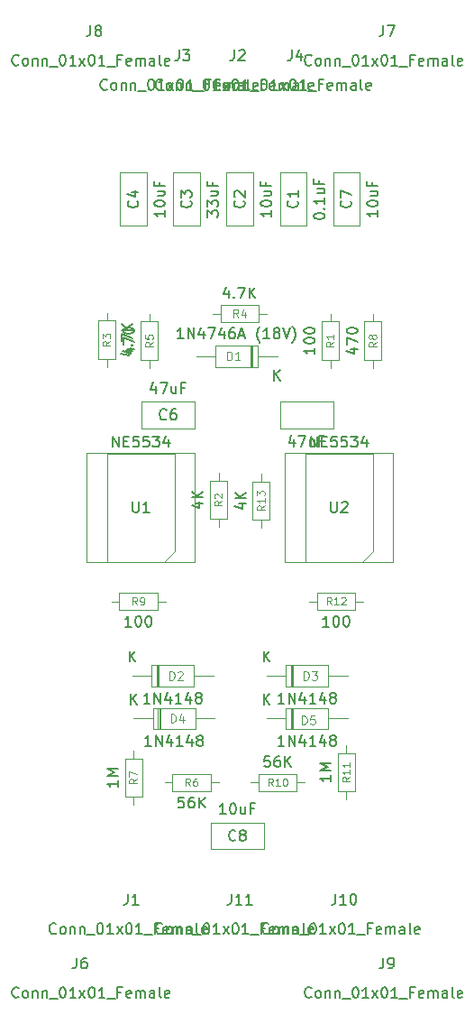
<source format=gbr>
%TF.GenerationSoftware,KiCad,Pcbnew,5.1.10*%
%TF.CreationDate,2021-07-01T02:04:03+02:00*%
%TF.ProjectId,double-gain,646f7562-6c65-42d6-9761-696e2e6b6963,rev?*%
%TF.SameCoordinates,Original*%
%TF.FileFunction,Other,Fab,Top*%
%FSLAX46Y46*%
G04 Gerber Fmt 4.6, Leading zero omitted, Abs format (unit mm)*
G04 Created by KiCad (PCBNEW 5.1.10) date 2021-07-01 02:04:03*
%MOMM*%
%LPD*%
G01*
G04 APERTURE LIST*
%ADD10C,0.100000*%
%ADD11C,0.150000*%
%ADD12C,0.120000*%
%ADD13C,0.108000*%
G04 APERTURE END LIST*
D10*
%TO.C,U2*%
X60730000Y-87330000D02*
X70890000Y-87330000D01*
X60730000Y-77050000D02*
X60730000Y-87330000D01*
X70890000Y-77050000D02*
X60730000Y-77050000D01*
X70890000Y-87330000D02*
X70890000Y-77050000D01*
X68985000Y-86270000D02*
X67985000Y-87270000D01*
X68985000Y-77110000D02*
X68985000Y-86270000D01*
X62635000Y-77110000D02*
X68985000Y-77110000D01*
X62635000Y-87270000D02*
X62635000Y-77110000D01*
X67985000Y-87270000D02*
X62635000Y-87270000D01*
%TO.C,C1*%
X60250000Y-50750000D02*
X60250000Y-55750000D01*
X62750000Y-50750000D02*
X60250000Y-50750000D01*
X62750000Y-55750000D02*
X62750000Y-50750000D01*
X60250000Y-55750000D02*
X62750000Y-55750000D01*
%TO.C,C2*%
X55250000Y-55750000D02*
X57750000Y-55750000D01*
X57750000Y-55750000D02*
X57750000Y-50750000D01*
X57750000Y-50750000D02*
X55250000Y-50750000D01*
X55250000Y-50750000D02*
X55250000Y-55750000D01*
%TO.C,C3*%
X50250000Y-50750000D02*
X50250000Y-55750000D01*
X52750000Y-50750000D02*
X50250000Y-50750000D01*
X52750000Y-55750000D02*
X52750000Y-50750000D01*
X50250000Y-55750000D02*
X52750000Y-55750000D01*
%TO.C,C4*%
X45250000Y-55750000D02*
X47750000Y-55750000D01*
X47750000Y-55750000D02*
X47750000Y-50750000D01*
X47750000Y-50750000D02*
X45250000Y-50750000D01*
X45250000Y-50750000D02*
X45250000Y-55750000D01*
%TO.C,C6*%
X52250000Y-74750000D02*
X52250000Y-72250000D01*
X52250000Y-72250000D02*
X47250000Y-72250000D01*
X47250000Y-72250000D02*
X47250000Y-74750000D01*
X47250000Y-74750000D02*
X52250000Y-74750000D01*
%TO.C,C7*%
X65250000Y-50750000D02*
X65250000Y-55750000D01*
X67750000Y-50750000D02*
X65250000Y-50750000D01*
X67750000Y-55750000D02*
X67750000Y-50750000D01*
X65250000Y-55750000D02*
X67750000Y-55750000D01*
%TO.C,C8*%
X58750000Y-114250000D02*
X58750000Y-111750000D01*
X58750000Y-111750000D02*
X53750000Y-111750000D01*
X53750000Y-111750000D02*
X53750000Y-114250000D01*
X53750000Y-114250000D02*
X58750000Y-114250000D01*
%TO.C,D1*%
X57690000Y-69000000D02*
X57690000Y-67000000D01*
X57490000Y-69000000D02*
X57490000Y-67000000D01*
X57590000Y-69000000D02*
X57590000Y-67000000D01*
X52380000Y-68000000D02*
X54190000Y-68000000D01*
X60000000Y-68000000D02*
X58190000Y-68000000D01*
X54190000Y-69000000D02*
X58190000Y-69000000D01*
X54190000Y-67000000D02*
X54190000Y-69000000D01*
X58190000Y-67000000D02*
X54190000Y-67000000D01*
X58190000Y-69000000D02*
X58190000Y-67000000D01*
%TO.C,D2*%
X48190000Y-97000000D02*
X48190000Y-99000000D01*
X48190000Y-99000000D02*
X52190000Y-99000000D01*
X52190000Y-99000000D02*
X52190000Y-97000000D01*
X52190000Y-97000000D02*
X48190000Y-97000000D01*
X46380000Y-98000000D02*
X48190000Y-98000000D01*
X54000000Y-98000000D02*
X52190000Y-98000000D01*
X48790000Y-97000000D02*
X48790000Y-99000000D01*
X48890000Y-97000000D02*
X48890000Y-99000000D01*
X48690000Y-97000000D02*
X48690000Y-99000000D01*
%TO.C,D3*%
X60810000Y-97000000D02*
X60810000Y-99000000D01*
X60810000Y-99000000D02*
X64810000Y-99000000D01*
X64810000Y-99000000D02*
X64810000Y-97000000D01*
X64810000Y-97000000D02*
X60810000Y-97000000D01*
X59000000Y-98000000D02*
X60810000Y-98000000D01*
X66620000Y-98000000D02*
X64810000Y-98000000D01*
X61410000Y-97000000D02*
X61410000Y-99000000D01*
X61510000Y-97000000D02*
X61510000Y-99000000D01*
X61310000Y-97000000D02*
X61310000Y-99000000D01*
%TO.C,R1*%
X65000000Y-69080000D02*
X65000000Y-68340000D01*
X65000000Y-64000000D02*
X65000000Y-64740000D01*
X65800000Y-68340000D02*
X65800000Y-64740000D01*
X64200000Y-68340000D02*
X65800000Y-68340000D01*
X64200000Y-64740000D02*
X64200000Y-68340000D01*
X65800000Y-64740000D02*
X64200000Y-64740000D01*
%TO.C,R2*%
X54500000Y-84000000D02*
X54500000Y-83260000D01*
X54500000Y-78920000D02*
X54500000Y-79660000D01*
X55300000Y-83260000D02*
X55300000Y-79660000D01*
X53700000Y-83260000D02*
X55300000Y-83260000D01*
X53700000Y-79660000D02*
X53700000Y-83260000D01*
X55300000Y-79660000D02*
X53700000Y-79660000D01*
%TO.C,R3*%
X43200000Y-68260000D02*
X44800000Y-68260000D01*
X44800000Y-68260000D02*
X44800000Y-64660000D01*
X44800000Y-64660000D02*
X43200000Y-64660000D01*
X43200000Y-64660000D02*
X43200000Y-68260000D01*
X44000000Y-69000000D02*
X44000000Y-68260000D01*
X44000000Y-63920000D02*
X44000000Y-64660000D01*
%TO.C,R4*%
X53920000Y-64000000D02*
X54660000Y-64000000D01*
X59000000Y-64000000D02*
X58260000Y-64000000D01*
X54660000Y-64800000D02*
X58260000Y-64800000D01*
X54660000Y-63200000D02*
X54660000Y-64800000D01*
X58260000Y-63200000D02*
X54660000Y-63200000D01*
X58260000Y-64800000D02*
X58260000Y-63200000D01*
%TO.C,R5*%
X48800000Y-64740000D02*
X47200000Y-64740000D01*
X47200000Y-64740000D02*
X47200000Y-68340000D01*
X47200000Y-68340000D02*
X48800000Y-68340000D01*
X48800000Y-68340000D02*
X48800000Y-64740000D01*
X48000000Y-64000000D02*
X48000000Y-64740000D01*
X48000000Y-69080000D02*
X48000000Y-68340000D01*
%TO.C,R6*%
X54500000Y-108000000D02*
X53760000Y-108000000D01*
X49420000Y-108000000D02*
X50160000Y-108000000D01*
X53760000Y-107200000D02*
X50160000Y-107200000D01*
X53760000Y-108800000D02*
X53760000Y-107200000D01*
X50160000Y-108800000D02*
X53760000Y-108800000D01*
X50160000Y-107200000D02*
X50160000Y-108800000D01*
%TO.C,R7*%
X46500000Y-110080000D02*
X46500000Y-109340000D01*
X46500000Y-105000000D02*
X46500000Y-105740000D01*
X47300000Y-109340000D02*
X47300000Y-105740000D01*
X45700000Y-109340000D02*
X47300000Y-109340000D01*
X45700000Y-105740000D02*
X45700000Y-109340000D01*
X47300000Y-105740000D02*
X45700000Y-105740000D01*
%TO.C,R8*%
X69800000Y-64740000D02*
X68200000Y-64740000D01*
X68200000Y-64740000D02*
X68200000Y-68340000D01*
X68200000Y-68340000D02*
X69800000Y-68340000D01*
X69800000Y-68340000D02*
X69800000Y-64740000D01*
X69000000Y-64000000D02*
X69000000Y-64740000D01*
X69000000Y-69080000D02*
X69000000Y-68340000D01*
%TO.C,R9*%
X45160000Y-90200000D02*
X45160000Y-91800000D01*
X45160000Y-91800000D02*
X48760000Y-91800000D01*
X48760000Y-91800000D02*
X48760000Y-90200000D01*
X48760000Y-90200000D02*
X45160000Y-90200000D01*
X44420000Y-91000000D02*
X45160000Y-91000000D01*
X49500000Y-91000000D02*
X48760000Y-91000000D01*
%TO.C,R10*%
X61840000Y-108800000D02*
X61840000Y-107200000D01*
X61840000Y-107200000D02*
X58240000Y-107200000D01*
X58240000Y-107200000D02*
X58240000Y-108800000D01*
X58240000Y-108800000D02*
X61840000Y-108800000D01*
X62580000Y-108000000D02*
X61840000Y-108000000D01*
X57500000Y-108000000D02*
X58240000Y-108000000D01*
%TO.C,U1*%
X49365000Y-87270000D02*
X44015000Y-87270000D01*
X44015000Y-87270000D02*
X44015000Y-77110000D01*
X44015000Y-77110000D02*
X50365000Y-77110000D01*
X50365000Y-77110000D02*
X50365000Y-86270000D01*
X50365000Y-86270000D02*
X49365000Y-87270000D01*
X52270000Y-87330000D02*
X52270000Y-77050000D01*
X52270000Y-77050000D02*
X42110000Y-77050000D01*
X42110000Y-77050000D02*
X42110000Y-87330000D01*
X42110000Y-87330000D02*
X52270000Y-87330000D01*
%TO.C,C10*%
X60250000Y-72250000D02*
X60250000Y-74750000D01*
X60250000Y-74750000D02*
X65250000Y-74750000D01*
X65250000Y-74750000D02*
X65250000Y-72250000D01*
X65250000Y-72250000D02*
X60250000Y-72250000D01*
%TO.C,D4*%
X48810000Y-101000000D02*
X48810000Y-103000000D01*
X49010000Y-101000000D02*
X49010000Y-103000000D01*
X48910000Y-101000000D02*
X48910000Y-103000000D01*
X54120000Y-102000000D02*
X52310000Y-102000000D01*
X46500000Y-102000000D02*
X48310000Y-102000000D01*
X52310000Y-101000000D02*
X48310000Y-101000000D01*
X52310000Y-103000000D02*
X52310000Y-101000000D01*
X48310000Y-103000000D02*
X52310000Y-103000000D01*
X48310000Y-101000000D02*
X48310000Y-103000000D01*
%TO.C,D5*%
X60810000Y-101000000D02*
X60810000Y-103000000D01*
X60810000Y-103000000D02*
X64810000Y-103000000D01*
X64810000Y-103000000D02*
X64810000Y-101000000D01*
X64810000Y-101000000D02*
X60810000Y-101000000D01*
X59000000Y-102000000D02*
X60810000Y-102000000D01*
X66620000Y-102000000D02*
X64810000Y-102000000D01*
X61410000Y-101000000D02*
X61410000Y-103000000D01*
X61510000Y-101000000D02*
X61510000Y-103000000D01*
X61310000Y-101000000D02*
X61310000Y-103000000D01*
%TO.C,R11*%
X67300000Y-105240000D02*
X65700000Y-105240000D01*
X65700000Y-105240000D02*
X65700000Y-108840000D01*
X65700000Y-108840000D02*
X67300000Y-108840000D01*
X67300000Y-108840000D02*
X67300000Y-105240000D01*
X66500000Y-104500000D02*
X66500000Y-105240000D01*
X66500000Y-109580000D02*
X66500000Y-108840000D01*
%TO.C,R12*%
X63740000Y-90200000D02*
X63740000Y-91800000D01*
X63740000Y-91800000D02*
X67340000Y-91800000D01*
X67340000Y-91800000D02*
X67340000Y-90200000D01*
X67340000Y-90200000D02*
X63740000Y-90200000D01*
X63000000Y-91000000D02*
X63740000Y-91000000D01*
X68080000Y-91000000D02*
X67340000Y-91000000D01*
%TO.C,R13*%
X58500000Y-84080000D02*
X58500000Y-83340000D01*
X58500000Y-79000000D02*
X58500000Y-79740000D01*
X59300000Y-83340000D02*
X59300000Y-79740000D01*
X57700000Y-83340000D02*
X59300000Y-83340000D01*
X57700000Y-79740000D02*
X57700000Y-83340000D01*
X59300000Y-79740000D02*
X57700000Y-79740000D01*
%TD*%
%TO.C,J1*%
D11*
X39214285Y-122107142D02*
X39166666Y-122154761D01*
X39023809Y-122202380D01*
X38928571Y-122202380D01*
X38785714Y-122154761D01*
X38690476Y-122059523D01*
X38642857Y-121964285D01*
X38595238Y-121773809D01*
X38595238Y-121630952D01*
X38642857Y-121440476D01*
X38690476Y-121345238D01*
X38785714Y-121250000D01*
X38928571Y-121202380D01*
X39023809Y-121202380D01*
X39166666Y-121250000D01*
X39214285Y-121297619D01*
X39785714Y-122202380D02*
X39690476Y-122154761D01*
X39642857Y-122107142D01*
X39595238Y-122011904D01*
X39595238Y-121726190D01*
X39642857Y-121630952D01*
X39690476Y-121583333D01*
X39785714Y-121535714D01*
X39928571Y-121535714D01*
X40023809Y-121583333D01*
X40071428Y-121630952D01*
X40119047Y-121726190D01*
X40119047Y-122011904D01*
X40071428Y-122107142D01*
X40023809Y-122154761D01*
X39928571Y-122202380D01*
X39785714Y-122202380D01*
X40547619Y-121535714D02*
X40547619Y-122202380D01*
X40547619Y-121630952D02*
X40595238Y-121583333D01*
X40690476Y-121535714D01*
X40833333Y-121535714D01*
X40928571Y-121583333D01*
X40976190Y-121678571D01*
X40976190Y-122202380D01*
X41452380Y-121535714D02*
X41452380Y-122202380D01*
X41452380Y-121630952D02*
X41500000Y-121583333D01*
X41595238Y-121535714D01*
X41738095Y-121535714D01*
X41833333Y-121583333D01*
X41880952Y-121678571D01*
X41880952Y-122202380D01*
X42119047Y-122297619D02*
X42880952Y-122297619D01*
X43309523Y-121202380D02*
X43404761Y-121202380D01*
X43500000Y-121250000D01*
X43547619Y-121297619D01*
X43595238Y-121392857D01*
X43642857Y-121583333D01*
X43642857Y-121821428D01*
X43595238Y-122011904D01*
X43547619Y-122107142D01*
X43500000Y-122154761D01*
X43404761Y-122202380D01*
X43309523Y-122202380D01*
X43214285Y-122154761D01*
X43166666Y-122107142D01*
X43119047Y-122011904D01*
X43071428Y-121821428D01*
X43071428Y-121583333D01*
X43119047Y-121392857D01*
X43166666Y-121297619D01*
X43214285Y-121250000D01*
X43309523Y-121202380D01*
X44595238Y-122202380D02*
X44023809Y-122202380D01*
X44309523Y-122202380D02*
X44309523Y-121202380D01*
X44214285Y-121345238D01*
X44119047Y-121440476D01*
X44023809Y-121488095D01*
X44928571Y-122202380D02*
X45452380Y-121535714D01*
X44928571Y-121535714D02*
X45452380Y-122202380D01*
X46023809Y-121202380D02*
X46119047Y-121202380D01*
X46214285Y-121250000D01*
X46261904Y-121297619D01*
X46309523Y-121392857D01*
X46357142Y-121583333D01*
X46357142Y-121821428D01*
X46309523Y-122011904D01*
X46261904Y-122107142D01*
X46214285Y-122154761D01*
X46119047Y-122202380D01*
X46023809Y-122202380D01*
X45928571Y-122154761D01*
X45880952Y-122107142D01*
X45833333Y-122011904D01*
X45785714Y-121821428D01*
X45785714Y-121583333D01*
X45833333Y-121392857D01*
X45880952Y-121297619D01*
X45928571Y-121250000D01*
X46023809Y-121202380D01*
X47309523Y-122202380D02*
X46738095Y-122202380D01*
X47023809Y-122202380D02*
X47023809Y-121202380D01*
X46928571Y-121345238D01*
X46833333Y-121440476D01*
X46738095Y-121488095D01*
X47500000Y-122297619D02*
X48261904Y-122297619D01*
X48833333Y-121678571D02*
X48500000Y-121678571D01*
X48500000Y-122202380D02*
X48500000Y-121202380D01*
X48976190Y-121202380D01*
X49738095Y-122154761D02*
X49642857Y-122202380D01*
X49452380Y-122202380D01*
X49357142Y-122154761D01*
X49309523Y-122059523D01*
X49309523Y-121678571D01*
X49357142Y-121583333D01*
X49452380Y-121535714D01*
X49642857Y-121535714D01*
X49738095Y-121583333D01*
X49785714Y-121678571D01*
X49785714Y-121773809D01*
X49309523Y-121869047D01*
X50214285Y-122202380D02*
X50214285Y-121535714D01*
X50214285Y-121630952D02*
X50261904Y-121583333D01*
X50357142Y-121535714D01*
X50500000Y-121535714D01*
X50595238Y-121583333D01*
X50642857Y-121678571D01*
X50642857Y-122202380D01*
X50642857Y-121678571D02*
X50690476Y-121583333D01*
X50785714Y-121535714D01*
X50928571Y-121535714D01*
X51023809Y-121583333D01*
X51071428Y-121678571D01*
X51071428Y-122202380D01*
X51976190Y-122202380D02*
X51976190Y-121678571D01*
X51928571Y-121583333D01*
X51833333Y-121535714D01*
X51642857Y-121535714D01*
X51547619Y-121583333D01*
X51976190Y-122154761D02*
X51880952Y-122202380D01*
X51642857Y-122202380D01*
X51547619Y-122154761D01*
X51500000Y-122059523D01*
X51500000Y-121964285D01*
X51547619Y-121869047D01*
X51642857Y-121821428D01*
X51880952Y-121821428D01*
X51976190Y-121773809D01*
X52595238Y-122202380D02*
X52500000Y-122154761D01*
X52452380Y-122059523D01*
X52452380Y-121202380D01*
X53357142Y-122154761D02*
X53261904Y-122202380D01*
X53071428Y-122202380D01*
X52976190Y-122154761D01*
X52928571Y-122059523D01*
X52928571Y-121678571D01*
X52976190Y-121583333D01*
X53071428Y-121535714D01*
X53261904Y-121535714D01*
X53357142Y-121583333D01*
X53404761Y-121678571D01*
X53404761Y-121773809D01*
X52928571Y-121869047D01*
X45966666Y-118452380D02*
X45966666Y-119166666D01*
X45919047Y-119309523D01*
X45823809Y-119404761D01*
X45680952Y-119452380D01*
X45585714Y-119452380D01*
X46966666Y-119452380D02*
X46395238Y-119452380D01*
X46680952Y-119452380D02*
X46680952Y-118452380D01*
X46585714Y-118595238D01*
X46490476Y-118690476D01*
X46395238Y-118738095D01*
%TO.C,J11*%
X49214285Y-122107142D02*
X49166666Y-122154761D01*
X49023809Y-122202380D01*
X48928571Y-122202380D01*
X48785714Y-122154761D01*
X48690476Y-122059523D01*
X48642857Y-121964285D01*
X48595238Y-121773809D01*
X48595238Y-121630952D01*
X48642857Y-121440476D01*
X48690476Y-121345238D01*
X48785714Y-121250000D01*
X48928571Y-121202380D01*
X49023809Y-121202380D01*
X49166666Y-121250000D01*
X49214285Y-121297619D01*
X49785714Y-122202380D02*
X49690476Y-122154761D01*
X49642857Y-122107142D01*
X49595238Y-122011904D01*
X49595238Y-121726190D01*
X49642857Y-121630952D01*
X49690476Y-121583333D01*
X49785714Y-121535714D01*
X49928571Y-121535714D01*
X50023809Y-121583333D01*
X50071428Y-121630952D01*
X50119047Y-121726190D01*
X50119047Y-122011904D01*
X50071428Y-122107142D01*
X50023809Y-122154761D01*
X49928571Y-122202380D01*
X49785714Y-122202380D01*
X50547619Y-121535714D02*
X50547619Y-122202380D01*
X50547619Y-121630952D02*
X50595238Y-121583333D01*
X50690476Y-121535714D01*
X50833333Y-121535714D01*
X50928571Y-121583333D01*
X50976190Y-121678571D01*
X50976190Y-122202380D01*
X51452380Y-121535714D02*
X51452380Y-122202380D01*
X51452380Y-121630952D02*
X51500000Y-121583333D01*
X51595238Y-121535714D01*
X51738095Y-121535714D01*
X51833333Y-121583333D01*
X51880952Y-121678571D01*
X51880952Y-122202380D01*
X52119047Y-122297619D02*
X52880952Y-122297619D01*
X53309523Y-121202380D02*
X53404761Y-121202380D01*
X53500000Y-121250000D01*
X53547619Y-121297619D01*
X53595238Y-121392857D01*
X53642857Y-121583333D01*
X53642857Y-121821428D01*
X53595238Y-122011904D01*
X53547619Y-122107142D01*
X53500000Y-122154761D01*
X53404761Y-122202380D01*
X53309523Y-122202380D01*
X53214285Y-122154761D01*
X53166666Y-122107142D01*
X53119047Y-122011904D01*
X53071428Y-121821428D01*
X53071428Y-121583333D01*
X53119047Y-121392857D01*
X53166666Y-121297619D01*
X53214285Y-121250000D01*
X53309523Y-121202380D01*
X54595238Y-122202380D02*
X54023809Y-122202380D01*
X54309523Y-122202380D02*
X54309523Y-121202380D01*
X54214285Y-121345238D01*
X54119047Y-121440476D01*
X54023809Y-121488095D01*
X54928571Y-122202380D02*
X55452380Y-121535714D01*
X54928571Y-121535714D02*
X55452380Y-122202380D01*
X56023809Y-121202380D02*
X56119047Y-121202380D01*
X56214285Y-121250000D01*
X56261904Y-121297619D01*
X56309523Y-121392857D01*
X56357142Y-121583333D01*
X56357142Y-121821428D01*
X56309523Y-122011904D01*
X56261904Y-122107142D01*
X56214285Y-122154761D01*
X56119047Y-122202380D01*
X56023809Y-122202380D01*
X55928571Y-122154761D01*
X55880952Y-122107142D01*
X55833333Y-122011904D01*
X55785714Y-121821428D01*
X55785714Y-121583333D01*
X55833333Y-121392857D01*
X55880952Y-121297619D01*
X55928571Y-121250000D01*
X56023809Y-121202380D01*
X57309523Y-122202380D02*
X56738095Y-122202380D01*
X57023809Y-122202380D02*
X57023809Y-121202380D01*
X56928571Y-121345238D01*
X56833333Y-121440476D01*
X56738095Y-121488095D01*
X57500000Y-122297619D02*
X58261904Y-122297619D01*
X58833333Y-121678571D02*
X58500000Y-121678571D01*
X58500000Y-122202380D02*
X58500000Y-121202380D01*
X58976190Y-121202380D01*
X59738095Y-122154761D02*
X59642857Y-122202380D01*
X59452380Y-122202380D01*
X59357142Y-122154761D01*
X59309523Y-122059523D01*
X59309523Y-121678571D01*
X59357142Y-121583333D01*
X59452380Y-121535714D01*
X59642857Y-121535714D01*
X59738095Y-121583333D01*
X59785714Y-121678571D01*
X59785714Y-121773809D01*
X59309523Y-121869047D01*
X60214285Y-122202380D02*
X60214285Y-121535714D01*
X60214285Y-121630952D02*
X60261904Y-121583333D01*
X60357142Y-121535714D01*
X60500000Y-121535714D01*
X60595238Y-121583333D01*
X60642857Y-121678571D01*
X60642857Y-122202380D01*
X60642857Y-121678571D02*
X60690476Y-121583333D01*
X60785714Y-121535714D01*
X60928571Y-121535714D01*
X61023809Y-121583333D01*
X61071428Y-121678571D01*
X61071428Y-122202380D01*
X61976190Y-122202380D02*
X61976190Y-121678571D01*
X61928571Y-121583333D01*
X61833333Y-121535714D01*
X61642857Y-121535714D01*
X61547619Y-121583333D01*
X61976190Y-122154761D02*
X61880952Y-122202380D01*
X61642857Y-122202380D01*
X61547619Y-122154761D01*
X61500000Y-122059523D01*
X61500000Y-121964285D01*
X61547619Y-121869047D01*
X61642857Y-121821428D01*
X61880952Y-121821428D01*
X61976190Y-121773809D01*
X62595238Y-122202380D02*
X62500000Y-122154761D01*
X62452380Y-122059523D01*
X62452380Y-121202380D01*
X63357142Y-122154761D02*
X63261904Y-122202380D01*
X63071428Y-122202380D01*
X62976190Y-122154761D01*
X62928571Y-122059523D01*
X62928571Y-121678571D01*
X62976190Y-121583333D01*
X63071428Y-121535714D01*
X63261904Y-121535714D01*
X63357142Y-121583333D01*
X63404761Y-121678571D01*
X63404761Y-121773809D01*
X62928571Y-121869047D01*
X55690476Y-118452380D02*
X55690476Y-119166666D01*
X55642857Y-119309523D01*
X55547619Y-119404761D01*
X55404761Y-119452380D01*
X55309523Y-119452380D01*
X56690476Y-119452380D02*
X56119047Y-119452380D01*
X56404761Y-119452380D02*
X56404761Y-118452380D01*
X56309523Y-118595238D01*
X56214285Y-118690476D01*
X56119047Y-118738095D01*
X57642857Y-119452380D02*
X57071428Y-119452380D01*
X57357142Y-119452380D02*
X57357142Y-118452380D01*
X57261904Y-118595238D01*
X57166666Y-118690476D01*
X57071428Y-118738095D01*
%TO.C,J10*%
X59214285Y-122107142D02*
X59166666Y-122154761D01*
X59023809Y-122202380D01*
X58928571Y-122202380D01*
X58785714Y-122154761D01*
X58690476Y-122059523D01*
X58642857Y-121964285D01*
X58595238Y-121773809D01*
X58595238Y-121630952D01*
X58642857Y-121440476D01*
X58690476Y-121345238D01*
X58785714Y-121250000D01*
X58928571Y-121202380D01*
X59023809Y-121202380D01*
X59166666Y-121250000D01*
X59214285Y-121297619D01*
X59785714Y-122202380D02*
X59690476Y-122154761D01*
X59642857Y-122107142D01*
X59595238Y-122011904D01*
X59595238Y-121726190D01*
X59642857Y-121630952D01*
X59690476Y-121583333D01*
X59785714Y-121535714D01*
X59928571Y-121535714D01*
X60023809Y-121583333D01*
X60071428Y-121630952D01*
X60119047Y-121726190D01*
X60119047Y-122011904D01*
X60071428Y-122107142D01*
X60023809Y-122154761D01*
X59928571Y-122202380D01*
X59785714Y-122202380D01*
X60547619Y-121535714D02*
X60547619Y-122202380D01*
X60547619Y-121630952D02*
X60595238Y-121583333D01*
X60690476Y-121535714D01*
X60833333Y-121535714D01*
X60928571Y-121583333D01*
X60976190Y-121678571D01*
X60976190Y-122202380D01*
X61452380Y-121535714D02*
X61452380Y-122202380D01*
X61452380Y-121630952D02*
X61500000Y-121583333D01*
X61595238Y-121535714D01*
X61738095Y-121535714D01*
X61833333Y-121583333D01*
X61880952Y-121678571D01*
X61880952Y-122202380D01*
X62119047Y-122297619D02*
X62880952Y-122297619D01*
X63309523Y-121202380D02*
X63404761Y-121202380D01*
X63500000Y-121250000D01*
X63547619Y-121297619D01*
X63595238Y-121392857D01*
X63642857Y-121583333D01*
X63642857Y-121821428D01*
X63595238Y-122011904D01*
X63547619Y-122107142D01*
X63500000Y-122154761D01*
X63404761Y-122202380D01*
X63309523Y-122202380D01*
X63214285Y-122154761D01*
X63166666Y-122107142D01*
X63119047Y-122011904D01*
X63071428Y-121821428D01*
X63071428Y-121583333D01*
X63119047Y-121392857D01*
X63166666Y-121297619D01*
X63214285Y-121250000D01*
X63309523Y-121202380D01*
X64595238Y-122202380D02*
X64023809Y-122202380D01*
X64309523Y-122202380D02*
X64309523Y-121202380D01*
X64214285Y-121345238D01*
X64119047Y-121440476D01*
X64023809Y-121488095D01*
X64928571Y-122202380D02*
X65452380Y-121535714D01*
X64928571Y-121535714D02*
X65452380Y-122202380D01*
X66023809Y-121202380D02*
X66119047Y-121202380D01*
X66214285Y-121250000D01*
X66261904Y-121297619D01*
X66309523Y-121392857D01*
X66357142Y-121583333D01*
X66357142Y-121821428D01*
X66309523Y-122011904D01*
X66261904Y-122107142D01*
X66214285Y-122154761D01*
X66119047Y-122202380D01*
X66023809Y-122202380D01*
X65928571Y-122154761D01*
X65880952Y-122107142D01*
X65833333Y-122011904D01*
X65785714Y-121821428D01*
X65785714Y-121583333D01*
X65833333Y-121392857D01*
X65880952Y-121297619D01*
X65928571Y-121250000D01*
X66023809Y-121202380D01*
X67309523Y-122202380D02*
X66738095Y-122202380D01*
X67023809Y-122202380D02*
X67023809Y-121202380D01*
X66928571Y-121345238D01*
X66833333Y-121440476D01*
X66738095Y-121488095D01*
X67500000Y-122297619D02*
X68261904Y-122297619D01*
X68833333Y-121678571D02*
X68500000Y-121678571D01*
X68500000Y-122202380D02*
X68500000Y-121202380D01*
X68976190Y-121202380D01*
X69738095Y-122154761D02*
X69642857Y-122202380D01*
X69452380Y-122202380D01*
X69357142Y-122154761D01*
X69309523Y-122059523D01*
X69309523Y-121678571D01*
X69357142Y-121583333D01*
X69452380Y-121535714D01*
X69642857Y-121535714D01*
X69738095Y-121583333D01*
X69785714Y-121678571D01*
X69785714Y-121773809D01*
X69309523Y-121869047D01*
X70214285Y-122202380D02*
X70214285Y-121535714D01*
X70214285Y-121630952D02*
X70261904Y-121583333D01*
X70357142Y-121535714D01*
X70500000Y-121535714D01*
X70595238Y-121583333D01*
X70642857Y-121678571D01*
X70642857Y-122202380D01*
X70642857Y-121678571D02*
X70690476Y-121583333D01*
X70785714Y-121535714D01*
X70928571Y-121535714D01*
X71023809Y-121583333D01*
X71071428Y-121678571D01*
X71071428Y-122202380D01*
X71976190Y-122202380D02*
X71976190Y-121678571D01*
X71928571Y-121583333D01*
X71833333Y-121535714D01*
X71642857Y-121535714D01*
X71547619Y-121583333D01*
X71976190Y-122154761D02*
X71880952Y-122202380D01*
X71642857Y-122202380D01*
X71547619Y-122154761D01*
X71500000Y-122059523D01*
X71500000Y-121964285D01*
X71547619Y-121869047D01*
X71642857Y-121821428D01*
X71880952Y-121821428D01*
X71976190Y-121773809D01*
X72595238Y-122202380D02*
X72500000Y-122154761D01*
X72452380Y-122059523D01*
X72452380Y-121202380D01*
X73357142Y-122154761D02*
X73261904Y-122202380D01*
X73071428Y-122202380D01*
X72976190Y-122154761D01*
X72928571Y-122059523D01*
X72928571Y-121678571D01*
X72976190Y-121583333D01*
X73071428Y-121535714D01*
X73261904Y-121535714D01*
X73357142Y-121583333D01*
X73404761Y-121678571D01*
X73404761Y-121773809D01*
X72928571Y-121869047D01*
X65490476Y-118452380D02*
X65490476Y-119166666D01*
X65442857Y-119309523D01*
X65347619Y-119404761D01*
X65204761Y-119452380D01*
X65109523Y-119452380D01*
X66490476Y-119452380D02*
X65919047Y-119452380D01*
X66204761Y-119452380D02*
X66204761Y-118452380D01*
X66109523Y-118595238D01*
X66014285Y-118690476D01*
X65919047Y-118738095D01*
X67109523Y-118452380D02*
X67204761Y-118452380D01*
X67300000Y-118500000D01*
X67347619Y-118547619D01*
X67395238Y-118642857D01*
X67442857Y-118833333D01*
X67442857Y-119071428D01*
X67395238Y-119261904D01*
X67347619Y-119357142D01*
X67300000Y-119404761D01*
X67204761Y-119452380D01*
X67109523Y-119452380D01*
X67014285Y-119404761D01*
X66966666Y-119357142D01*
X66919047Y-119261904D01*
X66871428Y-119071428D01*
X66871428Y-118833333D01*
X66919047Y-118642857D01*
X66966666Y-118547619D01*
X67014285Y-118500000D01*
X67109523Y-118452380D01*
%TO.C,U2*%
X63167142Y-76502380D02*
X63167142Y-75502380D01*
X63738571Y-76502380D01*
X63738571Y-75502380D01*
X64214761Y-75978571D02*
X64548095Y-75978571D01*
X64690952Y-76502380D02*
X64214761Y-76502380D01*
X64214761Y-75502380D01*
X64690952Y-75502380D01*
X65595714Y-75502380D02*
X65119523Y-75502380D01*
X65071904Y-75978571D01*
X65119523Y-75930952D01*
X65214761Y-75883333D01*
X65452857Y-75883333D01*
X65548095Y-75930952D01*
X65595714Y-75978571D01*
X65643333Y-76073809D01*
X65643333Y-76311904D01*
X65595714Y-76407142D01*
X65548095Y-76454761D01*
X65452857Y-76502380D01*
X65214761Y-76502380D01*
X65119523Y-76454761D01*
X65071904Y-76407142D01*
X66548095Y-75502380D02*
X66071904Y-75502380D01*
X66024285Y-75978571D01*
X66071904Y-75930952D01*
X66167142Y-75883333D01*
X66405238Y-75883333D01*
X66500476Y-75930952D01*
X66548095Y-75978571D01*
X66595714Y-76073809D01*
X66595714Y-76311904D01*
X66548095Y-76407142D01*
X66500476Y-76454761D01*
X66405238Y-76502380D01*
X66167142Y-76502380D01*
X66071904Y-76454761D01*
X66024285Y-76407142D01*
X66929047Y-75502380D02*
X67548095Y-75502380D01*
X67214761Y-75883333D01*
X67357619Y-75883333D01*
X67452857Y-75930952D01*
X67500476Y-75978571D01*
X67548095Y-76073809D01*
X67548095Y-76311904D01*
X67500476Y-76407142D01*
X67452857Y-76454761D01*
X67357619Y-76502380D01*
X67071904Y-76502380D01*
X66976666Y-76454761D01*
X66929047Y-76407142D01*
X68405238Y-75835714D02*
X68405238Y-76502380D01*
X68167142Y-75454761D02*
X67929047Y-76169047D01*
X68548095Y-76169047D01*
X65048095Y-81642380D02*
X65048095Y-82451904D01*
X65095714Y-82547142D01*
X65143333Y-82594761D01*
X65238571Y-82642380D01*
X65429047Y-82642380D01*
X65524285Y-82594761D01*
X65571904Y-82547142D01*
X65619523Y-82451904D01*
X65619523Y-81642380D01*
X66048095Y-81737619D02*
X66095714Y-81690000D01*
X66190952Y-81642380D01*
X66429047Y-81642380D01*
X66524285Y-81690000D01*
X66571904Y-81737619D01*
X66619523Y-81832857D01*
X66619523Y-81928095D01*
X66571904Y-82070952D01*
X66000476Y-82642380D01*
X66619523Y-82642380D01*
%TO.C,C1*%
X63452380Y-54892857D02*
X63452380Y-54797619D01*
X63500000Y-54702380D01*
X63547619Y-54654761D01*
X63642857Y-54607142D01*
X63833333Y-54559523D01*
X64071428Y-54559523D01*
X64261904Y-54607142D01*
X64357142Y-54654761D01*
X64404761Y-54702380D01*
X64452380Y-54797619D01*
X64452380Y-54892857D01*
X64404761Y-54988095D01*
X64357142Y-55035714D01*
X64261904Y-55083333D01*
X64071428Y-55130952D01*
X63833333Y-55130952D01*
X63642857Y-55083333D01*
X63547619Y-55035714D01*
X63500000Y-54988095D01*
X63452380Y-54892857D01*
X64357142Y-54130952D02*
X64404761Y-54083333D01*
X64452380Y-54130952D01*
X64404761Y-54178571D01*
X64357142Y-54130952D01*
X64452380Y-54130952D01*
X64452380Y-53130952D02*
X64452380Y-53702380D01*
X64452380Y-53416666D02*
X63452380Y-53416666D01*
X63595238Y-53511904D01*
X63690476Y-53607142D01*
X63738095Y-53702380D01*
X63785714Y-52273809D02*
X64452380Y-52273809D01*
X63785714Y-52702380D02*
X64309523Y-52702380D01*
X64404761Y-52654761D01*
X64452380Y-52559523D01*
X64452380Y-52416666D01*
X64404761Y-52321428D01*
X64357142Y-52273809D01*
X63928571Y-51464285D02*
X63928571Y-51797619D01*
X64452380Y-51797619D02*
X63452380Y-51797619D01*
X63452380Y-51321428D01*
X61857142Y-53416666D02*
X61904761Y-53464285D01*
X61952380Y-53607142D01*
X61952380Y-53702380D01*
X61904761Y-53845238D01*
X61809523Y-53940476D01*
X61714285Y-53988095D01*
X61523809Y-54035714D01*
X61380952Y-54035714D01*
X61190476Y-53988095D01*
X61095238Y-53940476D01*
X61000000Y-53845238D01*
X60952380Y-53702380D01*
X60952380Y-53607142D01*
X61000000Y-53464285D01*
X61047619Y-53416666D01*
X61952380Y-52464285D02*
X61952380Y-53035714D01*
X61952380Y-52750000D02*
X60952380Y-52750000D01*
X61095238Y-52845238D01*
X61190476Y-52940476D01*
X61238095Y-53035714D01*
%TO.C,C2*%
X59452380Y-54321428D02*
X59452380Y-54892857D01*
X59452380Y-54607142D02*
X58452380Y-54607142D01*
X58595238Y-54702380D01*
X58690476Y-54797619D01*
X58738095Y-54892857D01*
X58452380Y-53702380D02*
X58452380Y-53607142D01*
X58500000Y-53511904D01*
X58547619Y-53464285D01*
X58642857Y-53416666D01*
X58833333Y-53369047D01*
X59071428Y-53369047D01*
X59261904Y-53416666D01*
X59357142Y-53464285D01*
X59404761Y-53511904D01*
X59452380Y-53607142D01*
X59452380Y-53702380D01*
X59404761Y-53797619D01*
X59357142Y-53845238D01*
X59261904Y-53892857D01*
X59071428Y-53940476D01*
X58833333Y-53940476D01*
X58642857Y-53892857D01*
X58547619Y-53845238D01*
X58500000Y-53797619D01*
X58452380Y-53702380D01*
X58785714Y-52511904D02*
X59452380Y-52511904D01*
X58785714Y-52940476D02*
X59309523Y-52940476D01*
X59404761Y-52892857D01*
X59452380Y-52797619D01*
X59452380Y-52654761D01*
X59404761Y-52559523D01*
X59357142Y-52511904D01*
X58928571Y-51702380D02*
X58928571Y-52035714D01*
X59452380Y-52035714D02*
X58452380Y-52035714D01*
X58452380Y-51559523D01*
X56857142Y-53416666D02*
X56904761Y-53464285D01*
X56952380Y-53607142D01*
X56952380Y-53702380D01*
X56904761Y-53845238D01*
X56809523Y-53940476D01*
X56714285Y-53988095D01*
X56523809Y-54035714D01*
X56380952Y-54035714D01*
X56190476Y-53988095D01*
X56095238Y-53940476D01*
X56000000Y-53845238D01*
X55952380Y-53702380D01*
X55952380Y-53607142D01*
X56000000Y-53464285D01*
X56047619Y-53416666D01*
X56047619Y-53035714D02*
X56000000Y-52988095D01*
X55952380Y-52892857D01*
X55952380Y-52654761D01*
X56000000Y-52559523D01*
X56047619Y-52511904D01*
X56142857Y-52464285D01*
X56238095Y-52464285D01*
X56380952Y-52511904D01*
X56952380Y-53083333D01*
X56952380Y-52464285D01*
%TO.C,C3*%
X53452380Y-54940476D02*
X53452380Y-54321428D01*
X53833333Y-54654761D01*
X53833333Y-54511904D01*
X53880952Y-54416666D01*
X53928571Y-54369047D01*
X54023809Y-54321428D01*
X54261904Y-54321428D01*
X54357142Y-54369047D01*
X54404761Y-54416666D01*
X54452380Y-54511904D01*
X54452380Y-54797619D01*
X54404761Y-54892857D01*
X54357142Y-54940476D01*
X53452380Y-53988095D02*
X53452380Y-53369047D01*
X53833333Y-53702380D01*
X53833333Y-53559523D01*
X53880952Y-53464285D01*
X53928571Y-53416666D01*
X54023809Y-53369047D01*
X54261904Y-53369047D01*
X54357142Y-53416666D01*
X54404761Y-53464285D01*
X54452380Y-53559523D01*
X54452380Y-53845238D01*
X54404761Y-53940476D01*
X54357142Y-53988095D01*
X53785714Y-52511904D02*
X54452380Y-52511904D01*
X53785714Y-52940476D02*
X54309523Y-52940476D01*
X54404761Y-52892857D01*
X54452380Y-52797619D01*
X54452380Y-52654761D01*
X54404761Y-52559523D01*
X54357142Y-52511904D01*
X53928571Y-51702380D02*
X53928571Y-52035714D01*
X54452380Y-52035714D02*
X53452380Y-52035714D01*
X53452380Y-51559523D01*
X51857142Y-53416666D02*
X51904761Y-53464285D01*
X51952380Y-53607142D01*
X51952380Y-53702380D01*
X51904761Y-53845238D01*
X51809523Y-53940476D01*
X51714285Y-53988095D01*
X51523809Y-54035714D01*
X51380952Y-54035714D01*
X51190476Y-53988095D01*
X51095238Y-53940476D01*
X51000000Y-53845238D01*
X50952380Y-53702380D01*
X50952380Y-53607142D01*
X51000000Y-53464285D01*
X51047619Y-53416666D01*
X50952380Y-53083333D02*
X50952380Y-52464285D01*
X51333333Y-52797619D01*
X51333333Y-52654761D01*
X51380952Y-52559523D01*
X51428571Y-52511904D01*
X51523809Y-52464285D01*
X51761904Y-52464285D01*
X51857142Y-52511904D01*
X51904761Y-52559523D01*
X51952380Y-52654761D01*
X51952380Y-52940476D01*
X51904761Y-53035714D01*
X51857142Y-53083333D01*
%TO.C,C4*%
X49452380Y-54321428D02*
X49452380Y-54892857D01*
X49452380Y-54607142D02*
X48452380Y-54607142D01*
X48595238Y-54702380D01*
X48690476Y-54797619D01*
X48738095Y-54892857D01*
X48452380Y-53702380D02*
X48452380Y-53607142D01*
X48500000Y-53511904D01*
X48547619Y-53464285D01*
X48642857Y-53416666D01*
X48833333Y-53369047D01*
X49071428Y-53369047D01*
X49261904Y-53416666D01*
X49357142Y-53464285D01*
X49404761Y-53511904D01*
X49452380Y-53607142D01*
X49452380Y-53702380D01*
X49404761Y-53797619D01*
X49357142Y-53845238D01*
X49261904Y-53892857D01*
X49071428Y-53940476D01*
X48833333Y-53940476D01*
X48642857Y-53892857D01*
X48547619Y-53845238D01*
X48500000Y-53797619D01*
X48452380Y-53702380D01*
X48785714Y-52511904D02*
X49452380Y-52511904D01*
X48785714Y-52940476D02*
X49309523Y-52940476D01*
X49404761Y-52892857D01*
X49452380Y-52797619D01*
X49452380Y-52654761D01*
X49404761Y-52559523D01*
X49357142Y-52511904D01*
X48928571Y-51702380D02*
X48928571Y-52035714D01*
X49452380Y-52035714D02*
X48452380Y-52035714D01*
X48452380Y-51559523D01*
X46857142Y-53416666D02*
X46904761Y-53464285D01*
X46952380Y-53607142D01*
X46952380Y-53702380D01*
X46904761Y-53845238D01*
X46809523Y-53940476D01*
X46714285Y-53988095D01*
X46523809Y-54035714D01*
X46380952Y-54035714D01*
X46190476Y-53988095D01*
X46095238Y-53940476D01*
X46000000Y-53845238D01*
X45952380Y-53702380D01*
X45952380Y-53607142D01*
X46000000Y-53464285D01*
X46047619Y-53416666D01*
X46285714Y-52559523D02*
X46952380Y-52559523D01*
X45904761Y-52797619D02*
X46619047Y-53035714D01*
X46619047Y-52416666D01*
%TO.C,C6*%
X48583333Y-70785714D02*
X48583333Y-71452380D01*
X48345238Y-70404761D02*
X48107142Y-71119047D01*
X48726190Y-71119047D01*
X49011904Y-70452380D02*
X49678571Y-70452380D01*
X49250000Y-71452380D01*
X50488095Y-70785714D02*
X50488095Y-71452380D01*
X50059523Y-70785714D02*
X50059523Y-71309523D01*
X50107142Y-71404761D01*
X50202380Y-71452380D01*
X50345238Y-71452380D01*
X50440476Y-71404761D01*
X50488095Y-71357142D01*
X51297619Y-70928571D02*
X50964285Y-70928571D01*
X50964285Y-71452380D02*
X50964285Y-70452380D01*
X51440476Y-70452380D01*
X49583333Y-73857142D02*
X49535714Y-73904761D01*
X49392857Y-73952380D01*
X49297619Y-73952380D01*
X49154761Y-73904761D01*
X49059523Y-73809523D01*
X49011904Y-73714285D01*
X48964285Y-73523809D01*
X48964285Y-73380952D01*
X49011904Y-73190476D01*
X49059523Y-73095238D01*
X49154761Y-73000000D01*
X49297619Y-72952380D01*
X49392857Y-72952380D01*
X49535714Y-73000000D01*
X49583333Y-73047619D01*
X50440476Y-72952380D02*
X50250000Y-72952380D01*
X50154761Y-73000000D01*
X50107142Y-73047619D01*
X50011904Y-73190476D01*
X49964285Y-73380952D01*
X49964285Y-73761904D01*
X50011904Y-73857142D01*
X50059523Y-73904761D01*
X50154761Y-73952380D01*
X50345238Y-73952380D01*
X50440476Y-73904761D01*
X50488095Y-73857142D01*
X50535714Y-73761904D01*
X50535714Y-73523809D01*
X50488095Y-73428571D01*
X50440476Y-73380952D01*
X50345238Y-73333333D01*
X50154761Y-73333333D01*
X50059523Y-73380952D01*
X50011904Y-73428571D01*
X49964285Y-73523809D01*
%TO.C,C7*%
X69452380Y-54321428D02*
X69452380Y-54892857D01*
X69452380Y-54607142D02*
X68452380Y-54607142D01*
X68595238Y-54702380D01*
X68690476Y-54797619D01*
X68738095Y-54892857D01*
X68452380Y-53702380D02*
X68452380Y-53607142D01*
X68500000Y-53511904D01*
X68547619Y-53464285D01*
X68642857Y-53416666D01*
X68833333Y-53369047D01*
X69071428Y-53369047D01*
X69261904Y-53416666D01*
X69357142Y-53464285D01*
X69404761Y-53511904D01*
X69452380Y-53607142D01*
X69452380Y-53702380D01*
X69404761Y-53797619D01*
X69357142Y-53845238D01*
X69261904Y-53892857D01*
X69071428Y-53940476D01*
X68833333Y-53940476D01*
X68642857Y-53892857D01*
X68547619Y-53845238D01*
X68500000Y-53797619D01*
X68452380Y-53702380D01*
X68785714Y-52511904D02*
X69452380Y-52511904D01*
X68785714Y-52940476D02*
X69309523Y-52940476D01*
X69404761Y-52892857D01*
X69452380Y-52797619D01*
X69452380Y-52654761D01*
X69404761Y-52559523D01*
X69357142Y-52511904D01*
X68928571Y-51702380D02*
X68928571Y-52035714D01*
X69452380Y-52035714D02*
X68452380Y-52035714D01*
X68452380Y-51559523D01*
X66857142Y-53416666D02*
X66904761Y-53464285D01*
X66952380Y-53607142D01*
X66952380Y-53702380D01*
X66904761Y-53845238D01*
X66809523Y-53940476D01*
X66714285Y-53988095D01*
X66523809Y-54035714D01*
X66380952Y-54035714D01*
X66190476Y-53988095D01*
X66095238Y-53940476D01*
X66000000Y-53845238D01*
X65952380Y-53702380D01*
X65952380Y-53607142D01*
X66000000Y-53464285D01*
X66047619Y-53416666D01*
X65952380Y-53083333D02*
X65952380Y-52416666D01*
X66952380Y-52845238D01*
%TO.C,C8*%
X55178571Y-110952380D02*
X54607142Y-110952380D01*
X54892857Y-110952380D02*
X54892857Y-109952380D01*
X54797619Y-110095238D01*
X54702380Y-110190476D01*
X54607142Y-110238095D01*
X55797619Y-109952380D02*
X55892857Y-109952380D01*
X55988095Y-110000000D01*
X56035714Y-110047619D01*
X56083333Y-110142857D01*
X56130952Y-110333333D01*
X56130952Y-110571428D01*
X56083333Y-110761904D01*
X56035714Y-110857142D01*
X55988095Y-110904761D01*
X55892857Y-110952380D01*
X55797619Y-110952380D01*
X55702380Y-110904761D01*
X55654761Y-110857142D01*
X55607142Y-110761904D01*
X55559523Y-110571428D01*
X55559523Y-110333333D01*
X55607142Y-110142857D01*
X55654761Y-110047619D01*
X55702380Y-110000000D01*
X55797619Y-109952380D01*
X56988095Y-110285714D02*
X56988095Y-110952380D01*
X56559523Y-110285714D02*
X56559523Y-110809523D01*
X56607142Y-110904761D01*
X56702380Y-110952380D01*
X56845238Y-110952380D01*
X56940476Y-110904761D01*
X56988095Y-110857142D01*
X57797619Y-110428571D02*
X57464285Y-110428571D01*
X57464285Y-110952380D02*
X57464285Y-109952380D01*
X57940476Y-109952380D01*
X56083333Y-113357142D02*
X56035714Y-113404761D01*
X55892857Y-113452380D01*
X55797619Y-113452380D01*
X55654761Y-113404761D01*
X55559523Y-113309523D01*
X55511904Y-113214285D01*
X55464285Y-113023809D01*
X55464285Y-112880952D01*
X55511904Y-112690476D01*
X55559523Y-112595238D01*
X55654761Y-112500000D01*
X55797619Y-112452380D01*
X55892857Y-112452380D01*
X56035714Y-112500000D01*
X56083333Y-112547619D01*
X56654761Y-112880952D02*
X56559523Y-112833333D01*
X56511904Y-112785714D01*
X56464285Y-112690476D01*
X56464285Y-112642857D01*
X56511904Y-112547619D01*
X56559523Y-112500000D01*
X56654761Y-112452380D01*
X56845238Y-112452380D01*
X56940476Y-112500000D01*
X56988095Y-112547619D01*
X57035714Y-112642857D01*
X57035714Y-112690476D01*
X56988095Y-112785714D01*
X56940476Y-112833333D01*
X56845238Y-112880952D01*
X56654761Y-112880952D01*
X56559523Y-112928571D01*
X56511904Y-112976190D01*
X56464285Y-113071428D01*
X56464285Y-113261904D01*
X56511904Y-113357142D01*
X56559523Y-113404761D01*
X56654761Y-113452380D01*
X56845238Y-113452380D01*
X56940476Y-113404761D01*
X56988095Y-113357142D01*
X57035714Y-113261904D01*
X57035714Y-113071428D01*
X56988095Y-112976190D01*
X56940476Y-112928571D01*
X56845238Y-112880952D01*
%TO.C,D1*%
X51190000Y-66332380D02*
X50618571Y-66332380D01*
X50904285Y-66332380D02*
X50904285Y-65332380D01*
X50809047Y-65475238D01*
X50713809Y-65570476D01*
X50618571Y-65618095D01*
X51618571Y-66332380D02*
X51618571Y-65332380D01*
X52190000Y-66332380D01*
X52190000Y-65332380D01*
X53094761Y-65665714D02*
X53094761Y-66332380D01*
X52856666Y-65284761D02*
X52618571Y-65999047D01*
X53237619Y-65999047D01*
X53523333Y-65332380D02*
X54190000Y-65332380D01*
X53761428Y-66332380D01*
X54999523Y-65665714D02*
X54999523Y-66332380D01*
X54761428Y-65284761D02*
X54523333Y-65999047D01*
X55142380Y-65999047D01*
X55951904Y-65332380D02*
X55761428Y-65332380D01*
X55666190Y-65380000D01*
X55618571Y-65427619D01*
X55523333Y-65570476D01*
X55475714Y-65760952D01*
X55475714Y-66141904D01*
X55523333Y-66237142D01*
X55570952Y-66284761D01*
X55666190Y-66332380D01*
X55856666Y-66332380D01*
X55951904Y-66284761D01*
X55999523Y-66237142D01*
X56047142Y-66141904D01*
X56047142Y-65903809D01*
X55999523Y-65808571D01*
X55951904Y-65760952D01*
X55856666Y-65713333D01*
X55666190Y-65713333D01*
X55570952Y-65760952D01*
X55523333Y-65808571D01*
X55475714Y-65903809D01*
X56428095Y-66046666D02*
X56904285Y-66046666D01*
X56332857Y-66332380D02*
X56666190Y-65332380D01*
X56999523Y-66332380D01*
X58380476Y-66713333D02*
X58332857Y-66665714D01*
X58237619Y-66522857D01*
X58190000Y-66427619D01*
X58142380Y-66284761D01*
X58094761Y-66046666D01*
X58094761Y-65856190D01*
X58142380Y-65618095D01*
X58190000Y-65475238D01*
X58237619Y-65380000D01*
X58332857Y-65237142D01*
X58380476Y-65189523D01*
X59285238Y-66332380D02*
X58713809Y-66332380D01*
X58999523Y-66332380D02*
X58999523Y-65332380D01*
X58904285Y-65475238D01*
X58809047Y-65570476D01*
X58713809Y-65618095D01*
X59856666Y-65760952D02*
X59761428Y-65713333D01*
X59713809Y-65665714D01*
X59666190Y-65570476D01*
X59666190Y-65522857D01*
X59713809Y-65427619D01*
X59761428Y-65380000D01*
X59856666Y-65332380D01*
X60047142Y-65332380D01*
X60142380Y-65380000D01*
X60190000Y-65427619D01*
X60237619Y-65522857D01*
X60237619Y-65570476D01*
X60190000Y-65665714D01*
X60142380Y-65713333D01*
X60047142Y-65760952D01*
X59856666Y-65760952D01*
X59761428Y-65808571D01*
X59713809Y-65856190D01*
X59666190Y-65951428D01*
X59666190Y-66141904D01*
X59713809Y-66237142D01*
X59761428Y-66284761D01*
X59856666Y-66332380D01*
X60047142Y-66332380D01*
X60142380Y-66284761D01*
X60190000Y-66237142D01*
X60237619Y-66141904D01*
X60237619Y-65951428D01*
X60190000Y-65856190D01*
X60142380Y-65808571D01*
X60047142Y-65760952D01*
X60523333Y-65332380D02*
X60856666Y-66332380D01*
X61190000Y-65332380D01*
X61428095Y-66713333D02*
X61475714Y-66665714D01*
X61570952Y-66522857D01*
X61618571Y-66427619D01*
X61666190Y-66284761D01*
X61713809Y-66046666D01*
X61713809Y-65856190D01*
X61666190Y-65618095D01*
X61618571Y-65475238D01*
X61570952Y-65380000D01*
X61475714Y-65237142D01*
X61428095Y-65189523D01*
X59738095Y-70252380D02*
X59738095Y-69252380D01*
X60309523Y-70252380D02*
X59880952Y-69680952D01*
X60309523Y-69252380D02*
X59738095Y-69823809D01*
D12*
X55299523Y-68361904D02*
X55299523Y-67561904D01*
X55490000Y-67561904D01*
X55604285Y-67600000D01*
X55680476Y-67676190D01*
X55718571Y-67752380D01*
X55756666Y-67904761D01*
X55756666Y-68019047D01*
X55718571Y-68171428D01*
X55680476Y-68247619D01*
X55604285Y-68323809D01*
X55490000Y-68361904D01*
X55299523Y-68361904D01*
X56518571Y-68361904D02*
X56061428Y-68361904D01*
X56290000Y-68361904D02*
X56290000Y-67561904D01*
X56213809Y-67676190D01*
X56137619Y-67752380D01*
X56061428Y-67790476D01*
%TO.C,D2*%
D11*
X48047142Y-100572380D02*
X47475714Y-100572380D01*
X47761428Y-100572380D02*
X47761428Y-99572380D01*
X47666190Y-99715238D01*
X47570952Y-99810476D01*
X47475714Y-99858095D01*
X48475714Y-100572380D02*
X48475714Y-99572380D01*
X49047142Y-100572380D01*
X49047142Y-99572380D01*
X49951904Y-99905714D02*
X49951904Y-100572380D01*
X49713809Y-99524761D02*
X49475714Y-100239047D01*
X50094761Y-100239047D01*
X50999523Y-100572380D02*
X50428095Y-100572380D01*
X50713809Y-100572380D02*
X50713809Y-99572380D01*
X50618571Y-99715238D01*
X50523333Y-99810476D01*
X50428095Y-99858095D01*
X51856666Y-99905714D02*
X51856666Y-100572380D01*
X51618571Y-99524761D02*
X51380476Y-100239047D01*
X51999523Y-100239047D01*
X52523333Y-100000952D02*
X52428095Y-99953333D01*
X52380476Y-99905714D01*
X52332857Y-99810476D01*
X52332857Y-99762857D01*
X52380476Y-99667619D01*
X52428095Y-99620000D01*
X52523333Y-99572380D01*
X52713809Y-99572380D01*
X52809047Y-99620000D01*
X52856666Y-99667619D01*
X52904285Y-99762857D01*
X52904285Y-99810476D01*
X52856666Y-99905714D01*
X52809047Y-99953333D01*
X52713809Y-100000952D01*
X52523333Y-100000952D01*
X52428095Y-100048571D01*
X52380476Y-100096190D01*
X52332857Y-100191428D01*
X52332857Y-100381904D01*
X52380476Y-100477142D01*
X52428095Y-100524761D01*
X52523333Y-100572380D01*
X52713809Y-100572380D01*
X52809047Y-100524761D01*
X52856666Y-100477142D01*
X52904285Y-100381904D01*
X52904285Y-100191428D01*
X52856666Y-100096190D01*
X52809047Y-100048571D01*
X52713809Y-100000952D01*
D12*
X49899523Y-98361904D02*
X49899523Y-97561904D01*
X50090000Y-97561904D01*
X50204285Y-97600000D01*
X50280476Y-97676190D01*
X50318571Y-97752380D01*
X50356666Y-97904761D01*
X50356666Y-98019047D01*
X50318571Y-98171428D01*
X50280476Y-98247619D01*
X50204285Y-98323809D01*
X50090000Y-98361904D01*
X49899523Y-98361904D01*
X50661428Y-97638095D02*
X50699523Y-97600000D01*
X50775714Y-97561904D01*
X50966190Y-97561904D01*
X51042380Y-97600000D01*
X51080476Y-97638095D01*
X51118571Y-97714285D01*
X51118571Y-97790476D01*
X51080476Y-97904761D01*
X50623333Y-98361904D01*
X51118571Y-98361904D01*
D11*
X46118095Y-96652380D02*
X46118095Y-95652380D01*
X46689523Y-96652380D02*
X46260952Y-96080952D01*
X46689523Y-95652380D02*
X46118095Y-96223809D01*
%TO.C,D3*%
X60667142Y-100572380D02*
X60095714Y-100572380D01*
X60381428Y-100572380D02*
X60381428Y-99572380D01*
X60286190Y-99715238D01*
X60190952Y-99810476D01*
X60095714Y-99858095D01*
X61095714Y-100572380D02*
X61095714Y-99572380D01*
X61667142Y-100572380D01*
X61667142Y-99572380D01*
X62571904Y-99905714D02*
X62571904Y-100572380D01*
X62333809Y-99524761D02*
X62095714Y-100239047D01*
X62714761Y-100239047D01*
X63619523Y-100572380D02*
X63048095Y-100572380D01*
X63333809Y-100572380D02*
X63333809Y-99572380D01*
X63238571Y-99715238D01*
X63143333Y-99810476D01*
X63048095Y-99858095D01*
X64476666Y-99905714D02*
X64476666Y-100572380D01*
X64238571Y-99524761D02*
X64000476Y-100239047D01*
X64619523Y-100239047D01*
X65143333Y-100000952D02*
X65048095Y-99953333D01*
X65000476Y-99905714D01*
X64952857Y-99810476D01*
X64952857Y-99762857D01*
X65000476Y-99667619D01*
X65048095Y-99620000D01*
X65143333Y-99572380D01*
X65333809Y-99572380D01*
X65429047Y-99620000D01*
X65476666Y-99667619D01*
X65524285Y-99762857D01*
X65524285Y-99810476D01*
X65476666Y-99905714D01*
X65429047Y-99953333D01*
X65333809Y-100000952D01*
X65143333Y-100000952D01*
X65048095Y-100048571D01*
X65000476Y-100096190D01*
X64952857Y-100191428D01*
X64952857Y-100381904D01*
X65000476Y-100477142D01*
X65048095Y-100524761D01*
X65143333Y-100572380D01*
X65333809Y-100572380D01*
X65429047Y-100524761D01*
X65476666Y-100477142D01*
X65524285Y-100381904D01*
X65524285Y-100191428D01*
X65476666Y-100096190D01*
X65429047Y-100048571D01*
X65333809Y-100000952D01*
D12*
X62519523Y-98361904D02*
X62519523Y-97561904D01*
X62710000Y-97561904D01*
X62824285Y-97600000D01*
X62900476Y-97676190D01*
X62938571Y-97752380D01*
X62976666Y-97904761D01*
X62976666Y-98019047D01*
X62938571Y-98171428D01*
X62900476Y-98247619D01*
X62824285Y-98323809D01*
X62710000Y-98361904D01*
X62519523Y-98361904D01*
X63243333Y-97561904D02*
X63738571Y-97561904D01*
X63471904Y-97866666D01*
X63586190Y-97866666D01*
X63662380Y-97904761D01*
X63700476Y-97942857D01*
X63738571Y-98019047D01*
X63738571Y-98209523D01*
X63700476Y-98285714D01*
X63662380Y-98323809D01*
X63586190Y-98361904D01*
X63357619Y-98361904D01*
X63281428Y-98323809D01*
X63243333Y-98285714D01*
D11*
X58738095Y-96652380D02*
X58738095Y-95652380D01*
X59309523Y-96652380D02*
X58880952Y-96080952D01*
X59309523Y-95652380D02*
X58738095Y-96223809D01*
%TO.C,J6*%
X35714285Y-128107142D02*
X35666666Y-128154761D01*
X35523809Y-128202380D01*
X35428571Y-128202380D01*
X35285714Y-128154761D01*
X35190476Y-128059523D01*
X35142857Y-127964285D01*
X35095238Y-127773809D01*
X35095238Y-127630952D01*
X35142857Y-127440476D01*
X35190476Y-127345238D01*
X35285714Y-127250000D01*
X35428571Y-127202380D01*
X35523809Y-127202380D01*
X35666666Y-127250000D01*
X35714285Y-127297619D01*
X36285714Y-128202380D02*
X36190476Y-128154761D01*
X36142857Y-128107142D01*
X36095238Y-128011904D01*
X36095238Y-127726190D01*
X36142857Y-127630952D01*
X36190476Y-127583333D01*
X36285714Y-127535714D01*
X36428571Y-127535714D01*
X36523809Y-127583333D01*
X36571428Y-127630952D01*
X36619047Y-127726190D01*
X36619047Y-128011904D01*
X36571428Y-128107142D01*
X36523809Y-128154761D01*
X36428571Y-128202380D01*
X36285714Y-128202380D01*
X37047619Y-127535714D02*
X37047619Y-128202380D01*
X37047619Y-127630952D02*
X37095238Y-127583333D01*
X37190476Y-127535714D01*
X37333333Y-127535714D01*
X37428571Y-127583333D01*
X37476190Y-127678571D01*
X37476190Y-128202380D01*
X37952380Y-127535714D02*
X37952380Y-128202380D01*
X37952380Y-127630952D02*
X38000000Y-127583333D01*
X38095238Y-127535714D01*
X38238095Y-127535714D01*
X38333333Y-127583333D01*
X38380952Y-127678571D01*
X38380952Y-128202380D01*
X38619047Y-128297619D02*
X39380952Y-128297619D01*
X39809523Y-127202380D02*
X39904761Y-127202380D01*
X40000000Y-127250000D01*
X40047619Y-127297619D01*
X40095238Y-127392857D01*
X40142857Y-127583333D01*
X40142857Y-127821428D01*
X40095238Y-128011904D01*
X40047619Y-128107142D01*
X40000000Y-128154761D01*
X39904761Y-128202380D01*
X39809523Y-128202380D01*
X39714285Y-128154761D01*
X39666666Y-128107142D01*
X39619047Y-128011904D01*
X39571428Y-127821428D01*
X39571428Y-127583333D01*
X39619047Y-127392857D01*
X39666666Y-127297619D01*
X39714285Y-127250000D01*
X39809523Y-127202380D01*
X41095238Y-128202380D02*
X40523809Y-128202380D01*
X40809523Y-128202380D02*
X40809523Y-127202380D01*
X40714285Y-127345238D01*
X40619047Y-127440476D01*
X40523809Y-127488095D01*
X41428571Y-128202380D02*
X41952380Y-127535714D01*
X41428571Y-127535714D02*
X41952380Y-128202380D01*
X42523809Y-127202380D02*
X42619047Y-127202380D01*
X42714285Y-127250000D01*
X42761904Y-127297619D01*
X42809523Y-127392857D01*
X42857142Y-127583333D01*
X42857142Y-127821428D01*
X42809523Y-128011904D01*
X42761904Y-128107142D01*
X42714285Y-128154761D01*
X42619047Y-128202380D01*
X42523809Y-128202380D01*
X42428571Y-128154761D01*
X42380952Y-128107142D01*
X42333333Y-128011904D01*
X42285714Y-127821428D01*
X42285714Y-127583333D01*
X42333333Y-127392857D01*
X42380952Y-127297619D01*
X42428571Y-127250000D01*
X42523809Y-127202380D01*
X43809523Y-128202380D02*
X43238095Y-128202380D01*
X43523809Y-128202380D02*
X43523809Y-127202380D01*
X43428571Y-127345238D01*
X43333333Y-127440476D01*
X43238095Y-127488095D01*
X44000000Y-128297619D02*
X44761904Y-128297619D01*
X45333333Y-127678571D02*
X45000000Y-127678571D01*
X45000000Y-128202380D02*
X45000000Y-127202380D01*
X45476190Y-127202380D01*
X46238095Y-128154761D02*
X46142857Y-128202380D01*
X45952380Y-128202380D01*
X45857142Y-128154761D01*
X45809523Y-128059523D01*
X45809523Y-127678571D01*
X45857142Y-127583333D01*
X45952380Y-127535714D01*
X46142857Y-127535714D01*
X46238095Y-127583333D01*
X46285714Y-127678571D01*
X46285714Y-127773809D01*
X45809523Y-127869047D01*
X46714285Y-128202380D02*
X46714285Y-127535714D01*
X46714285Y-127630952D02*
X46761904Y-127583333D01*
X46857142Y-127535714D01*
X47000000Y-127535714D01*
X47095238Y-127583333D01*
X47142857Y-127678571D01*
X47142857Y-128202380D01*
X47142857Y-127678571D02*
X47190476Y-127583333D01*
X47285714Y-127535714D01*
X47428571Y-127535714D01*
X47523809Y-127583333D01*
X47571428Y-127678571D01*
X47571428Y-128202380D01*
X48476190Y-128202380D02*
X48476190Y-127678571D01*
X48428571Y-127583333D01*
X48333333Y-127535714D01*
X48142857Y-127535714D01*
X48047619Y-127583333D01*
X48476190Y-128154761D02*
X48380952Y-128202380D01*
X48142857Y-128202380D01*
X48047619Y-128154761D01*
X48000000Y-128059523D01*
X48000000Y-127964285D01*
X48047619Y-127869047D01*
X48142857Y-127821428D01*
X48380952Y-127821428D01*
X48476190Y-127773809D01*
X49095238Y-128202380D02*
X49000000Y-128154761D01*
X48952380Y-128059523D01*
X48952380Y-127202380D01*
X49857142Y-128154761D02*
X49761904Y-128202380D01*
X49571428Y-128202380D01*
X49476190Y-128154761D01*
X49428571Y-128059523D01*
X49428571Y-127678571D01*
X49476190Y-127583333D01*
X49571428Y-127535714D01*
X49761904Y-127535714D01*
X49857142Y-127583333D01*
X49904761Y-127678571D01*
X49904761Y-127773809D01*
X49428571Y-127869047D01*
X41141665Y-124452380D02*
X41141665Y-125166666D01*
X41094046Y-125309523D01*
X40998808Y-125404761D01*
X40855951Y-125452380D01*
X40760713Y-125452380D01*
X42046427Y-124452380D02*
X41855951Y-124452380D01*
X41760713Y-124500000D01*
X41713094Y-124547619D01*
X41617856Y-124690476D01*
X41570237Y-124880952D01*
X41570237Y-125261904D01*
X41617856Y-125357142D01*
X41665475Y-125404761D01*
X41760713Y-125452380D01*
X41951189Y-125452380D01*
X42046427Y-125404761D01*
X42094046Y-125357142D01*
X42141665Y-125261904D01*
X42141665Y-125023809D01*
X42094046Y-124928571D01*
X42046427Y-124880952D01*
X41951189Y-124833333D01*
X41760713Y-124833333D01*
X41665475Y-124880952D01*
X41617856Y-124928571D01*
X41570237Y-125023809D01*
%TO.C,J7*%
X63214285Y-40607142D02*
X63166666Y-40654761D01*
X63023809Y-40702380D01*
X62928571Y-40702380D01*
X62785714Y-40654761D01*
X62690476Y-40559523D01*
X62642857Y-40464285D01*
X62595238Y-40273809D01*
X62595238Y-40130952D01*
X62642857Y-39940476D01*
X62690476Y-39845238D01*
X62785714Y-39750000D01*
X62928571Y-39702380D01*
X63023809Y-39702380D01*
X63166666Y-39750000D01*
X63214285Y-39797619D01*
X63785714Y-40702380D02*
X63690476Y-40654761D01*
X63642857Y-40607142D01*
X63595238Y-40511904D01*
X63595238Y-40226190D01*
X63642857Y-40130952D01*
X63690476Y-40083333D01*
X63785714Y-40035714D01*
X63928571Y-40035714D01*
X64023809Y-40083333D01*
X64071428Y-40130952D01*
X64119047Y-40226190D01*
X64119047Y-40511904D01*
X64071428Y-40607142D01*
X64023809Y-40654761D01*
X63928571Y-40702380D01*
X63785714Y-40702380D01*
X64547619Y-40035714D02*
X64547619Y-40702380D01*
X64547619Y-40130952D02*
X64595238Y-40083333D01*
X64690476Y-40035714D01*
X64833333Y-40035714D01*
X64928571Y-40083333D01*
X64976190Y-40178571D01*
X64976190Y-40702380D01*
X65452380Y-40035714D02*
X65452380Y-40702380D01*
X65452380Y-40130952D02*
X65500000Y-40083333D01*
X65595238Y-40035714D01*
X65738095Y-40035714D01*
X65833333Y-40083333D01*
X65880952Y-40178571D01*
X65880952Y-40702380D01*
X66119047Y-40797619D02*
X66880952Y-40797619D01*
X67309523Y-39702380D02*
X67404761Y-39702380D01*
X67500000Y-39750000D01*
X67547619Y-39797619D01*
X67595238Y-39892857D01*
X67642857Y-40083333D01*
X67642857Y-40321428D01*
X67595238Y-40511904D01*
X67547619Y-40607142D01*
X67500000Y-40654761D01*
X67404761Y-40702380D01*
X67309523Y-40702380D01*
X67214285Y-40654761D01*
X67166666Y-40607142D01*
X67119047Y-40511904D01*
X67071428Y-40321428D01*
X67071428Y-40083333D01*
X67119047Y-39892857D01*
X67166666Y-39797619D01*
X67214285Y-39750000D01*
X67309523Y-39702380D01*
X68595238Y-40702380D02*
X68023809Y-40702380D01*
X68309523Y-40702380D02*
X68309523Y-39702380D01*
X68214285Y-39845238D01*
X68119047Y-39940476D01*
X68023809Y-39988095D01*
X68928571Y-40702380D02*
X69452380Y-40035714D01*
X68928571Y-40035714D02*
X69452380Y-40702380D01*
X70023809Y-39702380D02*
X70119047Y-39702380D01*
X70214285Y-39750000D01*
X70261904Y-39797619D01*
X70309523Y-39892857D01*
X70357142Y-40083333D01*
X70357142Y-40321428D01*
X70309523Y-40511904D01*
X70261904Y-40607142D01*
X70214285Y-40654761D01*
X70119047Y-40702380D01*
X70023809Y-40702380D01*
X69928571Y-40654761D01*
X69880952Y-40607142D01*
X69833333Y-40511904D01*
X69785714Y-40321428D01*
X69785714Y-40083333D01*
X69833333Y-39892857D01*
X69880952Y-39797619D01*
X69928571Y-39750000D01*
X70023809Y-39702380D01*
X71309523Y-40702380D02*
X70738095Y-40702380D01*
X71023809Y-40702380D02*
X71023809Y-39702380D01*
X70928571Y-39845238D01*
X70833333Y-39940476D01*
X70738095Y-39988095D01*
X71500000Y-40797619D02*
X72261904Y-40797619D01*
X72833333Y-40178571D02*
X72500000Y-40178571D01*
X72500000Y-40702380D02*
X72500000Y-39702380D01*
X72976190Y-39702380D01*
X73738095Y-40654761D02*
X73642857Y-40702380D01*
X73452380Y-40702380D01*
X73357142Y-40654761D01*
X73309523Y-40559523D01*
X73309523Y-40178571D01*
X73357142Y-40083333D01*
X73452380Y-40035714D01*
X73642857Y-40035714D01*
X73738095Y-40083333D01*
X73785714Y-40178571D01*
X73785714Y-40273809D01*
X73309523Y-40369047D01*
X74214285Y-40702380D02*
X74214285Y-40035714D01*
X74214285Y-40130952D02*
X74261904Y-40083333D01*
X74357142Y-40035714D01*
X74500000Y-40035714D01*
X74595238Y-40083333D01*
X74642857Y-40178571D01*
X74642857Y-40702380D01*
X74642857Y-40178571D02*
X74690476Y-40083333D01*
X74785714Y-40035714D01*
X74928571Y-40035714D01*
X75023809Y-40083333D01*
X75071428Y-40178571D01*
X75071428Y-40702380D01*
X75976190Y-40702380D02*
X75976190Y-40178571D01*
X75928571Y-40083333D01*
X75833333Y-40035714D01*
X75642857Y-40035714D01*
X75547619Y-40083333D01*
X75976190Y-40654761D02*
X75880952Y-40702380D01*
X75642857Y-40702380D01*
X75547619Y-40654761D01*
X75500000Y-40559523D01*
X75500000Y-40464285D01*
X75547619Y-40369047D01*
X75642857Y-40321428D01*
X75880952Y-40321428D01*
X75976190Y-40273809D01*
X76595238Y-40702380D02*
X76500000Y-40654761D01*
X76452380Y-40559523D01*
X76452380Y-39702380D01*
X77357142Y-40654761D02*
X77261904Y-40702380D01*
X77071428Y-40702380D01*
X76976190Y-40654761D01*
X76928571Y-40559523D01*
X76928571Y-40178571D01*
X76976190Y-40083333D01*
X77071428Y-40035714D01*
X77261904Y-40035714D01*
X77357142Y-40083333D01*
X77404761Y-40178571D01*
X77404761Y-40273809D01*
X76928571Y-40369047D01*
X69966666Y-36952380D02*
X69966666Y-37666666D01*
X69919047Y-37809523D01*
X69823809Y-37904761D01*
X69680952Y-37952380D01*
X69585714Y-37952380D01*
X70347619Y-36952380D02*
X71014285Y-36952380D01*
X70585714Y-37952380D01*
%TO.C,J8*%
X35714285Y-40607142D02*
X35666666Y-40654761D01*
X35523809Y-40702380D01*
X35428571Y-40702380D01*
X35285714Y-40654761D01*
X35190476Y-40559523D01*
X35142857Y-40464285D01*
X35095238Y-40273809D01*
X35095238Y-40130952D01*
X35142857Y-39940476D01*
X35190476Y-39845238D01*
X35285714Y-39750000D01*
X35428571Y-39702380D01*
X35523809Y-39702380D01*
X35666666Y-39750000D01*
X35714285Y-39797619D01*
X36285714Y-40702380D02*
X36190476Y-40654761D01*
X36142857Y-40607142D01*
X36095238Y-40511904D01*
X36095238Y-40226190D01*
X36142857Y-40130952D01*
X36190476Y-40083333D01*
X36285714Y-40035714D01*
X36428571Y-40035714D01*
X36523809Y-40083333D01*
X36571428Y-40130952D01*
X36619047Y-40226190D01*
X36619047Y-40511904D01*
X36571428Y-40607142D01*
X36523809Y-40654761D01*
X36428571Y-40702380D01*
X36285714Y-40702380D01*
X37047619Y-40035714D02*
X37047619Y-40702380D01*
X37047619Y-40130952D02*
X37095238Y-40083333D01*
X37190476Y-40035714D01*
X37333333Y-40035714D01*
X37428571Y-40083333D01*
X37476190Y-40178571D01*
X37476190Y-40702380D01*
X37952380Y-40035714D02*
X37952380Y-40702380D01*
X37952380Y-40130952D02*
X38000000Y-40083333D01*
X38095238Y-40035714D01*
X38238095Y-40035714D01*
X38333333Y-40083333D01*
X38380952Y-40178571D01*
X38380952Y-40702380D01*
X38619047Y-40797619D02*
X39380952Y-40797619D01*
X39809523Y-39702380D02*
X39904761Y-39702380D01*
X40000000Y-39750000D01*
X40047619Y-39797619D01*
X40095238Y-39892857D01*
X40142857Y-40083333D01*
X40142857Y-40321428D01*
X40095238Y-40511904D01*
X40047619Y-40607142D01*
X40000000Y-40654761D01*
X39904761Y-40702380D01*
X39809523Y-40702380D01*
X39714285Y-40654761D01*
X39666666Y-40607142D01*
X39619047Y-40511904D01*
X39571428Y-40321428D01*
X39571428Y-40083333D01*
X39619047Y-39892857D01*
X39666666Y-39797619D01*
X39714285Y-39750000D01*
X39809523Y-39702380D01*
X41095238Y-40702380D02*
X40523809Y-40702380D01*
X40809523Y-40702380D02*
X40809523Y-39702380D01*
X40714285Y-39845238D01*
X40619047Y-39940476D01*
X40523809Y-39988095D01*
X41428571Y-40702380D02*
X41952380Y-40035714D01*
X41428571Y-40035714D02*
X41952380Y-40702380D01*
X42523809Y-39702380D02*
X42619047Y-39702380D01*
X42714285Y-39750000D01*
X42761904Y-39797619D01*
X42809523Y-39892857D01*
X42857142Y-40083333D01*
X42857142Y-40321428D01*
X42809523Y-40511904D01*
X42761904Y-40607142D01*
X42714285Y-40654761D01*
X42619047Y-40702380D01*
X42523809Y-40702380D01*
X42428571Y-40654761D01*
X42380952Y-40607142D01*
X42333333Y-40511904D01*
X42285714Y-40321428D01*
X42285714Y-40083333D01*
X42333333Y-39892857D01*
X42380952Y-39797619D01*
X42428571Y-39750000D01*
X42523809Y-39702380D01*
X43809523Y-40702380D02*
X43238095Y-40702380D01*
X43523809Y-40702380D02*
X43523809Y-39702380D01*
X43428571Y-39845238D01*
X43333333Y-39940476D01*
X43238095Y-39988095D01*
X44000000Y-40797619D02*
X44761904Y-40797619D01*
X45333333Y-40178571D02*
X45000000Y-40178571D01*
X45000000Y-40702380D02*
X45000000Y-39702380D01*
X45476190Y-39702380D01*
X46238095Y-40654761D02*
X46142857Y-40702380D01*
X45952380Y-40702380D01*
X45857142Y-40654761D01*
X45809523Y-40559523D01*
X45809523Y-40178571D01*
X45857142Y-40083333D01*
X45952380Y-40035714D01*
X46142857Y-40035714D01*
X46238095Y-40083333D01*
X46285714Y-40178571D01*
X46285714Y-40273809D01*
X45809523Y-40369047D01*
X46714285Y-40702380D02*
X46714285Y-40035714D01*
X46714285Y-40130952D02*
X46761904Y-40083333D01*
X46857142Y-40035714D01*
X47000000Y-40035714D01*
X47095238Y-40083333D01*
X47142857Y-40178571D01*
X47142857Y-40702380D01*
X47142857Y-40178571D02*
X47190476Y-40083333D01*
X47285714Y-40035714D01*
X47428571Y-40035714D01*
X47523809Y-40083333D01*
X47571428Y-40178571D01*
X47571428Y-40702380D01*
X48476190Y-40702380D02*
X48476190Y-40178571D01*
X48428571Y-40083333D01*
X48333333Y-40035714D01*
X48142857Y-40035714D01*
X48047619Y-40083333D01*
X48476190Y-40654761D02*
X48380952Y-40702380D01*
X48142857Y-40702380D01*
X48047619Y-40654761D01*
X48000000Y-40559523D01*
X48000000Y-40464285D01*
X48047619Y-40369047D01*
X48142857Y-40321428D01*
X48380952Y-40321428D01*
X48476190Y-40273809D01*
X49095238Y-40702380D02*
X49000000Y-40654761D01*
X48952380Y-40559523D01*
X48952380Y-39702380D01*
X49857142Y-40654761D02*
X49761904Y-40702380D01*
X49571428Y-40702380D01*
X49476190Y-40654761D01*
X49428571Y-40559523D01*
X49428571Y-40178571D01*
X49476190Y-40083333D01*
X49571428Y-40035714D01*
X49761904Y-40035714D01*
X49857142Y-40083333D01*
X49904761Y-40178571D01*
X49904761Y-40273809D01*
X49428571Y-40369047D01*
X42466666Y-36952380D02*
X42466666Y-37666666D01*
X42419047Y-37809523D01*
X42323809Y-37904761D01*
X42180952Y-37952380D01*
X42085714Y-37952380D01*
X43085714Y-37380952D02*
X42990476Y-37333333D01*
X42942857Y-37285714D01*
X42895238Y-37190476D01*
X42895238Y-37142857D01*
X42942857Y-37047619D01*
X42990476Y-37000000D01*
X43085714Y-36952380D01*
X43276190Y-36952380D01*
X43371428Y-37000000D01*
X43419047Y-37047619D01*
X43466666Y-37142857D01*
X43466666Y-37190476D01*
X43419047Y-37285714D01*
X43371428Y-37333333D01*
X43276190Y-37380952D01*
X43085714Y-37380952D01*
X42990476Y-37428571D01*
X42942857Y-37476190D01*
X42895238Y-37571428D01*
X42895238Y-37761904D01*
X42942857Y-37857142D01*
X42990476Y-37904761D01*
X43085714Y-37952380D01*
X43276190Y-37952380D01*
X43371428Y-37904761D01*
X43419047Y-37857142D01*
X43466666Y-37761904D01*
X43466666Y-37571428D01*
X43419047Y-37476190D01*
X43371428Y-37428571D01*
X43276190Y-37380952D01*
%TO.C,J9*%
X63214285Y-128107142D02*
X63166666Y-128154761D01*
X63023809Y-128202380D01*
X62928571Y-128202380D01*
X62785714Y-128154761D01*
X62690476Y-128059523D01*
X62642857Y-127964285D01*
X62595238Y-127773809D01*
X62595238Y-127630952D01*
X62642857Y-127440476D01*
X62690476Y-127345238D01*
X62785714Y-127250000D01*
X62928571Y-127202380D01*
X63023809Y-127202380D01*
X63166666Y-127250000D01*
X63214285Y-127297619D01*
X63785714Y-128202380D02*
X63690476Y-128154761D01*
X63642857Y-128107142D01*
X63595238Y-128011904D01*
X63595238Y-127726190D01*
X63642857Y-127630952D01*
X63690476Y-127583333D01*
X63785714Y-127535714D01*
X63928571Y-127535714D01*
X64023809Y-127583333D01*
X64071428Y-127630952D01*
X64119047Y-127726190D01*
X64119047Y-128011904D01*
X64071428Y-128107142D01*
X64023809Y-128154761D01*
X63928571Y-128202380D01*
X63785714Y-128202380D01*
X64547619Y-127535714D02*
X64547619Y-128202380D01*
X64547619Y-127630952D02*
X64595238Y-127583333D01*
X64690476Y-127535714D01*
X64833333Y-127535714D01*
X64928571Y-127583333D01*
X64976190Y-127678571D01*
X64976190Y-128202380D01*
X65452380Y-127535714D02*
X65452380Y-128202380D01*
X65452380Y-127630952D02*
X65500000Y-127583333D01*
X65595238Y-127535714D01*
X65738095Y-127535714D01*
X65833333Y-127583333D01*
X65880952Y-127678571D01*
X65880952Y-128202380D01*
X66119047Y-128297619D02*
X66880952Y-128297619D01*
X67309523Y-127202380D02*
X67404761Y-127202380D01*
X67500000Y-127250000D01*
X67547619Y-127297619D01*
X67595238Y-127392857D01*
X67642857Y-127583333D01*
X67642857Y-127821428D01*
X67595238Y-128011904D01*
X67547619Y-128107142D01*
X67500000Y-128154761D01*
X67404761Y-128202380D01*
X67309523Y-128202380D01*
X67214285Y-128154761D01*
X67166666Y-128107142D01*
X67119047Y-128011904D01*
X67071428Y-127821428D01*
X67071428Y-127583333D01*
X67119047Y-127392857D01*
X67166666Y-127297619D01*
X67214285Y-127250000D01*
X67309523Y-127202380D01*
X68595238Y-128202380D02*
X68023809Y-128202380D01*
X68309523Y-128202380D02*
X68309523Y-127202380D01*
X68214285Y-127345238D01*
X68119047Y-127440476D01*
X68023809Y-127488095D01*
X68928571Y-128202380D02*
X69452380Y-127535714D01*
X68928571Y-127535714D02*
X69452380Y-128202380D01*
X70023809Y-127202380D02*
X70119047Y-127202380D01*
X70214285Y-127250000D01*
X70261904Y-127297619D01*
X70309523Y-127392857D01*
X70357142Y-127583333D01*
X70357142Y-127821428D01*
X70309523Y-128011904D01*
X70261904Y-128107142D01*
X70214285Y-128154761D01*
X70119047Y-128202380D01*
X70023809Y-128202380D01*
X69928571Y-128154761D01*
X69880952Y-128107142D01*
X69833333Y-128011904D01*
X69785714Y-127821428D01*
X69785714Y-127583333D01*
X69833333Y-127392857D01*
X69880952Y-127297619D01*
X69928571Y-127250000D01*
X70023809Y-127202380D01*
X71309523Y-128202380D02*
X70738095Y-128202380D01*
X71023809Y-128202380D02*
X71023809Y-127202380D01*
X70928571Y-127345238D01*
X70833333Y-127440476D01*
X70738095Y-127488095D01*
X71500000Y-128297619D02*
X72261904Y-128297619D01*
X72833333Y-127678571D02*
X72500000Y-127678571D01*
X72500000Y-128202380D02*
X72500000Y-127202380D01*
X72976190Y-127202380D01*
X73738095Y-128154761D02*
X73642857Y-128202380D01*
X73452380Y-128202380D01*
X73357142Y-128154761D01*
X73309523Y-128059523D01*
X73309523Y-127678571D01*
X73357142Y-127583333D01*
X73452380Y-127535714D01*
X73642857Y-127535714D01*
X73738095Y-127583333D01*
X73785714Y-127678571D01*
X73785714Y-127773809D01*
X73309523Y-127869047D01*
X74214285Y-128202380D02*
X74214285Y-127535714D01*
X74214285Y-127630952D02*
X74261904Y-127583333D01*
X74357142Y-127535714D01*
X74500000Y-127535714D01*
X74595238Y-127583333D01*
X74642857Y-127678571D01*
X74642857Y-128202380D01*
X74642857Y-127678571D02*
X74690476Y-127583333D01*
X74785714Y-127535714D01*
X74928571Y-127535714D01*
X75023809Y-127583333D01*
X75071428Y-127678571D01*
X75071428Y-128202380D01*
X75976190Y-128202380D02*
X75976190Y-127678571D01*
X75928571Y-127583333D01*
X75833333Y-127535714D01*
X75642857Y-127535714D01*
X75547619Y-127583333D01*
X75976190Y-128154761D02*
X75880952Y-128202380D01*
X75642857Y-128202380D01*
X75547619Y-128154761D01*
X75500000Y-128059523D01*
X75500000Y-127964285D01*
X75547619Y-127869047D01*
X75642857Y-127821428D01*
X75880952Y-127821428D01*
X75976190Y-127773809D01*
X76595238Y-128202380D02*
X76500000Y-128154761D01*
X76452380Y-128059523D01*
X76452380Y-127202380D01*
X77357142Y-128154761D02*
X77261904Y-128202380D01*
X77071428Y-128202380D01*
X76976190Y-128154761D01*
X76928571Y-128059523D01*
X76928571Y-127678571D01*
X76976190Y-127583333D01*
X77071428Y-127535714D01*
X77261904Y-127535714D01*
X77357142Y-127583333D01*
X77404761Y-127678571D01*
X77404761Y-127773809D01*
X76928571Y-127869047D01*
X69966666Y-124452380D02*
X69966666Y-125166666D01*
X69919047Y-125309523D01*
X69823809Y-125404761D01*
X69680952Y-125452380D01*
X69585714Y-125452380D01*
X70490476Y-125452380D02*
X70680952Y-125452380D01*
X70776190Y-125404761D01*
X70823809Y-125357142D01*
X70919047Y-125214285D01*
X70966666Y-125023809D01*
X70966666Y-124642857D01*
X70919047Y-124547619D01*
X70871428Y-124500000D01*
X70776190Y-124452380D01*
X70585714Y-124452380D01*
X70490476Y-124500000D01*
X70442857Y-124547619D01*
X70395238Y-124642857D01*
X70395238Y-124880952D01*
X70442857Y-124976190D01*
X70490476Y-125023809D01*
X70585714Y-125071428D01*
X70776190Y-125071428D01*
X70871428Y-125023809D01*
X70919047Y-124976190D01*
X70966666Y-124880952D01*
%TO.C,R1*%
X63532380Y-67206666D02*
X63532380Y-67778095D01*
X63532380Y-67492380D02*
X62532380Y-67492380D01*
X62675238Y-67587619D01*
X62770476Y-67682857D01*
X62818095Y-67778095D01*
X62532380Y-66587619D02*
X62532380Y-66492380D01*
X62580000Y-66397142D01*
X62627619Y-66349523D01*
X62722857Y-66301904D01*
X62913333Y-66254285D01*
X63151428Y-66254285D01*
X63341904Y-66301904D01*
X63437142Y-66349523D01*
X63484761Y-66397142D01*
X63532380Y-66492380D01*
X63532380Y-66587619D01*
X63484761Y-66682857D01*
X63437142Y-66730476D01*
X63341904Y-66778095D01*
X63151428Y-66825714D01*
X62913333Y-66825714D01*
X62722857Y-66778095D01*
X62627619Y-66730476D01*
X62580000Y-66682857D01*
X62532380Y-66587619D01*
X62532380Y-65635238D02*
X62532380Y-65540000D01*
X62580000Y-65444761D01*
X62627619Y-65397142D01*
X62722857Y-65349523D01*
X62913333Y-65301904D01*
X63151428Y-65301904D01*
X63341904Y-65349523D01*
X63437142Y-65397142D01*
X63484761Y-65444761D01*
X63532380Y-65540000D01*
X63532380Y-65635238D01*
X63484761Y-65730476D01*
X63437142Y-65778095D01*
X63341904Y-65825714D01*
X63151428Y-65873333D01*
X62913333Y-65873333D01*
X62722857Y-65825714D01*
X62627619Y-65778095D01*
X62580000Y-65730476D01*
X62532380Y-65635238D01*
D13*
X65325714Y-66660000D02*
X64982857Y-66900000D01*
X65325714Y-67071428D02*
X64605714Y-67071428D01*
X64605714Y-66797142D01*
X64640000Y-66728571D01*
X64674285Y-66694285D01*
X64742857Y-66660000D01*
X64845714Y-66660000D01*
X64914285Y-66694285D01*
X64948571Y-66728571D01*
X64982857Y-66797142D01*
X64982857Y-67071428D01*
X65325714Y-65974285D02*
X65325714Y-66385714D01*
X65325714Y-66180000D02*
X64605714Y-66180000D01*
X64708571Y-66248571D01*
X64777142Y-66317142D01*
X64811428Y-66385714D01*
%TO.C,R2*%
D11*
X52365714Y-81769523D02*
X53032380Y-81769523D01*
X51984761Y-82007619D02*
X52699047Y-82245714D01*
X52699047Y-81626666D01*
X53032380Y-81245714D02*
X52032380Y-81245714D01*
X53032380Y-80674285D02*
X52460952Y-81102857D01*
X52032380Y-80674285D02*
X52603809Y-81245714D01*
D13*
X54825714Y-81580000D02*
X54482857Y-81820000D01*
X54825714Y-81991428D02*
X54105714Y-81991428D01*
X54105714Y-81717142D01*
X54140000Y-81648571D01*
X54174285Y-81614285D01*
X54242857Y-81580000D01*
X54345714Y-81580000D01*
X54414285Y-81614285D01*
X54448571Y-81648571D01*
X54482857Y-81717142D01*
X54482857Y-81991428D01*
X54174285Y-81305714D02*
X54140000Y-81271428D01*
X54105714Y-81202857D01*
X54105714Y-81031428D01*
X54140000Y-80962857D01*
X54174285Y-80928571D01*
X54242857Y-80894285D01*
X54311428Y-80894285D01*
X54414285Y-80928571D01*
X54825714Y-81340000D01*
X54825714Y-80894285D01*
%TO.C,R3*%
D11*
X45705714Y-67483809D02*
X46372380Y-67483809D01*
X45324761Y-67721904D02*
X46039047Y-67960000D01*
X46039047Y-67340952D01*
X46277142Y-66960000D02*
X46324761Y-66912380D01*
X46372380Y-66960000D01*
X46324761Y-67007619D01*
X46277142Y-66960000D01*
X46372380Y-66960000D01*
X45372380Y-66579047D02*
X45372380Y-65912380D01*
X46372380Y-66340952D01*
X46372380Y-65531428D02*
X45372380Y-65531428D01*
X46372380Y-64960000D02*
X45800952Y-65388571D01*
X45372380Y-64960000D02*
X45943809Y-65531428D01*
D13*
X44325714Y-66580000D02*
X43982857Y-66820000D01*
X44325714Y-66991428D02*
X43605714Y-66991428D01*
X43605714Y-66717142D01*
X43640000Y-66648571D01*
X43674285Y-66614285D01*
X43742857Y-66580000D01*
X43845714Y-66580000D01*
X43914285Y-66614285D01*
X43948571Y-66648571D01*
X43982857Y-66717142D01*
X43982857Y-66991428D01*
X43605714Y-66340000D02*
X43605714Y-65894285D01*
X43880000Y-66134285D01*
X43880000Y-66031428D01*
X43914285Y-65962857D01*
X43948571Y-65928571D01*
X44017142Y-65894285D01*
X44188571Y-65894285D01*
X44257142Y-65928571D01*
X44291428Y-65962857D01*
X44325714Y-66031428D01*
X44325714Y-66237142D01*
X44291428Y-66305714D01*
X44257142Y-66340000D01*
%TO.C,R4*%
D11*
X55436190Y-61865714D02*
X55436190Y-62532380D01*
X55198095Y-61484761D02*
X54960000Y-62199047D01*
X55579047Y-62199047D01*
X55960000Y-62437142D02*
X56007619Y-62484761D01*
X55960000Y-62532380D01*
X55912380Y-62484761D01*
X55960000Y-62437142D01*
X55960000Y-62532380D01*
X56340952Y-61532380D02*
X57007619Y-61532380D01*
X56579047Y-62532380D01*
X57388571Y-62532380D02*
X57388571Y-61532380D01*
X57960000Y-62532380D02*
X57531428Y-61960952D01*
X57960000Y-61532380D02*
X57388571Y-62103809D01*
D13*
X56340000Y-64325714D02*
X56100000Y-63982857D01*
X55928571Y-64325714D02*
X55928571Y-63605714D01*
X56202857Y-63605714D01*
X56271428Y-63640000D01*
X56305714Y-63674285D01*
X56340000Y-63742857D01*
X56340000Y-63845714D01*
X56305714Y-63914285D01*
X56271428Y-63948571D01*
X56202857Y-63982857D01*
X55928571Y-63982857D01*
X56957142Y-63845714D02*
X56957142Y-64325714D01*
X56785714Y-63571428D02*
X56614285Y-64085714D01*
X57060000Y-64085714D01*
%TO.C,R5*%
D11*
X45865714Y-67301904D02*
X46532380Y-67301904D01*
X45484761Y-67540000D02*
X46199047Y-67778095D01*
X46199047Y-67159047D01*
X45532380Y-66873333D02*
X45532380Y-66206666D01*
X46532380Y-66635238D01*
X45532380Y-65635238D02*
X45532380Y-65540000D01*
X45580000Y-65444761D01*
X45627619Y-65397142D01*
X45722857Y-65349523D01*
X45913333Y-65301904D01*
X46151428Y-65301904D01*
X46341904Y-65349523D01*
X46437142Y-65397142D01*
X46484761Y-65444761D01*
X46532380Y-65540000D01*
X46532380Y-65635238D01*
X46484761Y-65730476D01*
X46437142Y-65778095D01*
X46341904Y-65825714D01*
X46151428Y-65873333D01*
X45913333Y-65873333D01*
X45722857Y-65825714D01*
X45627619Y-65778095D01*
X45580000Y-65730476D01*
X45532380Y-65635238D01*
D13*
X48325714Y-66660000D02*
X47982857Y-66900000D01*
X48325714Y-67071428D02*
X47605714Y-67071428D01*
X47605714Y-66797142D01*
X47640000Y-66728571D01*
X47674285Y-66694285D01*
X47742857Y-66660000D01*
X47845714Y-66660000D01*
X47914285Y-66694285D01*
X47948571Y-66728571D01*
X47982857Y-66797142D01*
X47982857Y-67071428D01*
X47605714Y-66008571D02*
X47605714Y-66351428D01*
X47948571Y-66385714D01*
X47914285Y-66351428D01*
X47880000Y-66282857D01*
X47880000Y-66111428D01*
X47914285Y-66042857D01*
X47948571Y-66008571D01*
X48017142Y-65974285D01*
X48188571Y-65974285D01*
X48257142Y-66008571D01*
X48291428Y-66042857D01*
X48325714Y-66111428D01*
X48325714Y-66282857D01*
X48291428Y-66351428D01*
X48257142Y-66385714D01*
%TO.C,R6*%
D11*
X51221904Y-109372380D02*
X50745714Y-109372380D01*
X50698095Y-109848571D01*
X50745714Y-109800952D01*
X50840952Y-109753333D01*
X51079047Y-109753333D01*
X51174285Y-109800952D01*
X51221904Y-109848571D01*
X51269523Y-109943809D01*
X51269523Y-110181904D01*
X51221904Y-110277142D01*
X51174285Y-110324761D01*
X51079047Y-110372380D01*
X50840952Y-110372380D01*
X50745714Y-110324761D01*
X50698095Y-110277142D01*
X52126666Y-109372380D02*
X51936190Y-109372380D01*
X51840952Y-109420000D01*
X51793333Y-109467619D01*
X51698095Y-109610476D01*
X51650476Y-109800952D01*
X51650476Y-110181904D01*
X51698095Y-110277142D01*
X51745714Y-110324761D01*
X51840952Y-110372380D01*
X52031428Y-110372380D01*
X52126666Y-110324761D01*
X52174285Y-110277142D01*
X52221904Y-110181904D01*
X52221904Y-109943809D01*
X52174285Y-109848571D01*
X52126666Y-109800952D01*
X52031428Y-109753333D01*
X51840952Y-109753333D01*
X51745714Y-109800952D01*
X51698095Y-109848571D01*
X51650476Y-109943809D01*
X52650476Y-110372380D02*
X52650476Y-109372380D01*
X53221904Y-110372380D02*
X52793333Y-109800952D01*
X53221904Y-109372380D02*
X52650476Y-109943809D01*
D13*
X51840000Y-108325714D02*
X51600000Y-107982857D01*
X51428571Y-108325714D02*
X51428571Y-107605714D01*
X51702857Y-107605714D01*
X51771428Y-107640000D01*
X51805714Y-107674285D01*
X51840000Y-107742857D01*
X51840000Y-107845714D01*
X51805714Y-107914285D01*
X51771428Y-107948571D01*
X51702857Y-107982857D01*
X51428571Y-107982857D01*
X52457142Y-107605714D02*
X52320000Y-107605714D01*
X52251428Y-107640000D01*
X52217142Y-107674285D01*
X52148571Y-107777142D01*
X52114285Y-107914285D01*
X52114285Y-108188571D01*
X52148571Y-108257142D01*
X52182857Y-108291428D01*
X52251428Y-108325714D01*
X52388571Y-108325714D01*
X52457142Y-108291428D01*
X52491428Y-108257142D01*
X52525714Y-108188571D01*
X52525714Y-108017142D01*
X52491428Y-107948571D01*
X52457142Y-107914285D01*
X52388571Y-107880000D01*
X52251428Y-107880000D01*
X52182857Y-107914285D01*
X52148571Y-107948571D01*
X52114285Y-108017142D01*
%TO.C,R7*%
D11*
X45032380Y-107825714D02*
X45032380Y-108397142D01*
X45032380Y-108111428D02*
X44032380Y-108111428D01*
X44175238Y-108206666D01*
X44270476Y-108301904D01*
X44318095Y-108397142D01*
X45032380Y-107397142D02*
X44032380Y-107397142D01*
X44746666Y-107063809D01*
X44032380Y-106730476D01*
X45032380Y-106730476D01*
D13*
X46825714Y-107660000D02*
X46482857Y-107900000D01*
X46825714Y-108071428D02*
X46105714Y-108071428D01*
X46105714Y-107797142D01*
X46140000Y-107728571D01*
X46174285Y-107694285D01*
X46242857Y-107660000D01*
X46345714Y-107660000D01*
X46414285Y-107694285D01*
X46448571Y-107728571D01*
X46482857Y-107797142D01*
X46482857Y-108071428D01*
X46105714Y-107420000D02*
X46105714Y-106940000D01*
X46825714Y-107248571D01*
%TO.C,R8*%
D11*
X66865714Y-67301904D02*
X67532380Y-67301904D01*
X66484761Y-67540000D02*
X67199047Y-67778095D01*
X67199047Y-67159047D01*
X66532380Y-66873333D02*
X66532380Y-66206666D01*
X67532380Y-66635238D01*
X66532380Y-65635238D02*
X66532380Y-65540000D01*
X66580000Y-65444761D01*
X66627619Y-65397142D01*
X66722857Y-65349523D01*
X66913333Y-65301904D01*
X67151428Y-65301904D01*
X67341904Y-65349523D01*
X67437142Y-65397142D01*
X67484761Y-65444761D01*
X67532380Y-65540000D01*
X67532380Y-65635238D01*
X67484761Y-65730476D01*
X67437142Y-65778095D01*
X67341904Y-65825714D01*
X67151428Y-65873333D01*
X66913333Y-65873333D01*
X66722857Y-65825714D01*
X66627619Y-65778095D01*
X66580000Y-65730476D01*
X66532380Y-65635238D01*
D13*
X69325714Y-66660000D02*
X68982857Y-66900000D01*
X69325714Y-67071428D02*
X68605714Y-67071428D01*
X68605714Y-66797142D01*
X68640000Y-66728571D01*
X68674285Y-66694285D01*
X68742857Y-66660000D01*
X68845714Y-66660000D01*
X68914285Y-66694285D01*
X68948571Y-66728571D01*
X68982857Y-66797142D01*
X68982857Y-67071428D01*
X68914285Y-66248571D02*
X68880000Y-66317142D01*
X68845714Y-66351428D01*
X68777142Y-66385714D01*
X68742857Y-66385714D01*
X68674285Y-66351428D01*
X68640000Y-66317142D01*
X68605714Y-66248571D01*
X68605714Y-66111428D01*
X68640000Y-66042857D01*
X68674285Y-66008571D01*
X68742857Y-65974285D01*
X68777142Y-65974285D01*
X68845714Y-66008571D01*
X68880000Y-66042857D01*
X68914285Y-66111428D01*
X68914285Y-66248571D01*
X68948571Y-66317142D01*
X68982857Y-66351428D01*
X69051428Y-66385714D01*
X69188571Y-66385714D01*
X69257142Y-66351428D01*
X69291428Y-66317142D01*
X69325714Y-66248571D01*
X69325714Y-66111428D01*
X69291428Y-66042857D01*
X69257142Y-66008571D01*
X69188571Y-65974285D01*
X69051428Y-65974285D01*
X68982857Y-66008571D01*
X68948571Y-66042857D01*
X68914285Y-66111428D01*
%TO.C,R9*%
D11*
X46293333Y-93372380D02*
X45721904Y-93372380D01*
X46007619Y-93372380D02*
X46007619Y-92372380D01*
X45912380Y-92515238D01*
X45817142Y-92610476D01*
X45721904Y-92658095D01*
X46912380Y-92372380D02*
X47007619Y-92372380D01*
X47102857Y-92420000D01*
X47150476Y-92467619D01*
X47198095Y-92562857D01*
X47245714Y-92753333D01*
X47245714Y-92991428D01*
X47198095Y-93181904D01*
X47150476Y-93277142D01*
X47102857Y-93324761D01*
X47007619Y-93372380D01*
X46912380Y-93372380D01*
X46817142Y-93324761D01*
X46769523Y-93277142D01*
X46721904Y-93181904D01*
X46674285Y-92991428D01*
X46674285Y-92753333D01*
X46721904Y-92562857D01*
X46769523Y-92467619D01*
X46817142Y-92420000D01*
X46912380Y-92372380D01*
X47864761Y-92372380D02*
X47960000Y-92372380D01*
X48055238Y-92420000D01*
X48102857Y-92467619D01*
X48150476Y-92562857D01*
X48198095Y-92753333D01*
X48198095Y-92991428D01*
X48150476Y-93181904D01*
X48102857Y-93277142D01*
X48055238Y-93324761D01*
X47960000Y-93372380D01*
X47864761Y-93372380D01*
X47769523Y-93324761D01*
X47721904Y-93277142D01*
X47674285Y-93181904D01*
X47626666Y-92991428D01*
X47626666Y-92753333D01*
X47674285Y-92562857D01*
X47721904Y-92467619D01*
X47769523Y-92420000D01*
X47864761Y-92372380D01*
D13*
X46840000Y-91325714D02*
X46600000Y-90982857D01*
X46428571Y-91325714D02*
X46428571Y-90605714D01*
X46702857Y-90605714D01*
X46771428Y-90640000D01*
X46805714Y-90674285D01*
X46840000Y-90742857D01*
X46840000Y-90845714D01*
X46805714Y-90914285D01*
X46771428Y-90948571D01*
X46702857Y-90982857D01*
X46428571Y-90982857D01*
X47182857Y-91325714D02*
X47320000Y-91325714D01*
X47388571Y-91291428D01*
X47422857Y-91257142D01*
X47491428Y-91154285D01*
X47525714Y-91017142D01*
X47525714Y-90742857D01*
X47491428Y-90674285D01*
X47457142Y-90640000D01*
X47388571Y-90605714D01*
X47251428Y-90605714D01*
X47182857Y-90640000D01*
X47148571Y-90674285D01*
X47114285Y-90742857D01*
X47114285Y-90914285D01*
X47148571Y-90982857D01*
X47182857Y-91017142D01*
X47251428Y-91051428D01*
X47388571Y-91051428D01*
X47457142Y-91017142D01*
X47491428Y-90982857D01*
X47525714Y-90914285D01*
%TO.C,R10*%
D11*
X59301904Y-105532380D02*
X58825714Y-105532380D01*
X58778095Y-106008571D01*
X58825714Y-105960952D01*
X58920952Y-105913333D01*
X59159047Y-105913333D01*
X59254285Y-105960952D01*
X59301904Y-106008571D01*
X59349523Y-106103809D01*
X59349523Y-106341904D01*
X59301904Y-106437142D01*
X59254285Y-106484761D01*
X59159047Y-106532380D01*
X58920952Y-106532380D01*
X58825714Y-106484761D01*
X58778095Y-106437142D01*
X60206666Y-105532380D02*
X60016190Y-105532380D01*
X59920952Y-105580000D01*
X59873333Y-105627619D01*
X59778095Y-105770476D01*
X59730476Y-105960952D01*
X59730476Y-106341904D01*
X59778095Y-106437142D01*
X59825714Y-106484761D01*
X59920952Y-106532380D01*
X60111428Y-106532380D01*
X60206666Y-106484761D01*
X60254285Y-106437142D01*
X60301904Y-106341904D01*
X60301904Y-106103809D01*
X60254285Y-106008571D01*
X60206666Y-105960952D01*
X60111428Y-105913333D01*
X59920952Y-105913333D01*
X59825714Y-105960952D01*
X59778095Y-106008571D01*
X59730476Y-106103809D01*
X60730476Y-106532380D02*
X60730476Y-105532380D01*
X61301904Y-106532380D02*
X60873333Y-105960952D01*
X61301904Y-105532380D02*
X60730476Y-106103809D01*
D13*
X59577142Y-108325714D02*
X59337142Y-107982857D01*
X59165714Y-108325714D02*
X59165714Y-107605714D01*
X59440000Y-107605714D01*
X59508571Y-107640000D01*
X59542857Y-107674285D01*
X59577142Y-107742857D01*
X59577142Y-107845714D01*
X59542857Y-107914285D01*
X59508571Y-107948571D01*
X59440000Y-107982857D01*
X59165714Y-107982857D01*
X60262857Y-108325714D02*
X59851428Y-108325714D01*
X60057142Y-108325714D02*
X60057142Y-107605714D01*
X59988571Y-107708571D01*
X59920000Y-107777142D01*
X59851428Y-107811428D01*
X60708571Y-107605714D02*
X60777142Y-107605714D01*
X60845714Y-107640000D01*
X60880000Y-107674285D01*
X60914285Y-107742857D01*
X60948571Y-107880000D01*
X60948571Y-108051428D01*
X60914285Y-108188571D01*
X60880000Y-108257142D01*
X60845714Y-108291428D01*
X60777142Y-108325714D01*
X60708571Y-108325714D01*
X60640000Y-108291428D01*
X60605714Y-108257142D01*
X60571428Y-108188571D01*
X60537142Y-108051428D01*
X60537142Y-107880000D01*
X60571428Y-107742857D01*
X60605714Y-107674285D01*
X60640000Y-107640000D01*
X60708571Y-107605714D01*
%TO.C,U1*%
D11*
X44547142Y-76502380D02*
X44547142Y-75502380D01*
X45118571Y-76502380D01*
X45118571Y-75502380D01*
X45594761Y-75978571D02*
X45928095Y-75978571D01*
X46070952Y-76502380D02*
X45594761Y-76502380D01*
X45594761Y-75502380D01*
X46070952Y-75502380D01*
X46975714Y-75502380D02*
X46499523Y-75502380D01*
X46451904Y-75978571D01*
X46499523Y-75930952D01*
X46594761Y-75883333D01*
X46832857Y-75883333D01*
X46928095Y-75930952D01*
X46975714Y-75978571D01*
X47023333Y-76073809D01*
X47023333Y-76311904D01*
X46975714Y-76407142D01*
X46928095Y-76454761D01*
X46832857Y-76502380D01*
X46594761Y-76502380D01*
X46499523Y-76454761D01*
X46451904Y-76407142D01*
X47928095Y-75502380D02*
X47451904Y-75502380D01*
X47404285Y-75978571D01*
X47451904Y-75930952D01*
X47547142Y-75883333D01*
X47785238Y-75883333D01*
X47880476Y-75930952D01*
X47928095Y-75978571D01*
X47975714Y-76073809D01*
X47975714Y-76311904D01*
X47928095Y-76407142D01*
X47880476Y-76454761D01*
X47785238Y-76502380D01*
X47547142Y-76502380D01*
X47451904Y-76454761D01*
X47404285Y-76407142D01*
X48309047Y-75502380D02*
X48928095Y-75502380D01*
X48594761Y-75883333D01*
X48737619Y-75883333D01*
X48832857Y-75930952D01*
X48880476Y-75978571D01*
X48928095Y-76073809D01*
X48928095Y-76311904D01*
X48880476Y-76407142D01*
X48832857Y-76454761D01*
X48737619Y-76502380D01*
X48451904Y-76502380D01*
X48356666Y-76454761D01*
X48309047Y-76407142D01*
X49785238Y-75835714D02*
X49785238Y-76502380D01*
X49547142Y-75454761D02*
X49309047Y-76169047D01*
X49928095Y-76169047D01*
X46428095Y-81642380D02*
X46428095Y-82451904D01*
X46475714Y-82547142D01*
X46523333Y-82594761D01*
X46618571Y-82642380D01*
X46809047Y-82642380D01*
X46904285Y-82594761D01*
X46951904Y-82547142D01*
X46999523Y-82451904D01*
X46999523Y-81642380D01*
X47999523Y-82642380D02*
X47428095Y-82642380D01*
X47713809Y-82642380D02*
X47713809Y-81642380D01*
X47618571Y-81785238D01*
X47523333Y-81880476D01*
X47428095Y-81928095D01*
%TO.C,C10*%
X61583333Y-75785714D02*
X61583333Y-76452380D01*
X61345238Y-75404761D02*
X61107142Y-76119047D01*
X61726190Y-76119047D01*
X62011904Y-75452380D02*
X62678571Y-75452380D01*
X62250000Y-76452380D01*
X63488095Y-75785714D02*
X63488095Y-76452380D01*
X63059523Y-75785714D02*
X63059523Y-76309523D01*
X63107142Y-76404761D01*
X63202380Y-76452380D01*
X63345238Y-76452380D01*
X63440476Y-76404761D01*
X63488095Y-76357142D01*
X64297619Y-75928571D02*
X63964285Y-75928571D01*
X63964285Y-76452380D02*
X63964285Y-75452380D01*
X64440476Y-75452380D01*
%TO.C,D4*%
X48167142Y-104572380D02*
X47595714Y-104572380D01*
X47881428Y-104572380D02*
X47881428Y-103572380D01*
X47786190Y-103715238D01*
X47690952Y-103810476D01*
X47595714Y-103858095D01*
X48595714Y-104572380D02*
X48595714Y-103572380D01*
X49167142Y-104572380D01*
X49167142Y-103572380D01*
X50071904Y-103905714D02*
X50071904Y-104572380D01*
X49833809Y-103524761D02*
X49595714Y-104239047D01*
X50214761Y-104239047D01*
X51119523Y-104572380D02*
X50548095Y-104572380D01*
X50833809Y-104572380D02*
X50833809Y-103572380D01*
X50738571Y-103715238D01*
X50643333Y-103810476D01*
X50548095Y-103858095D01*
X51976666Y-103905714D02*
X51976666Y-104572380D01*
X51738571Y-103524761D02*
X51500476Y-104239047D01*
X52119523Y-104239047D01*
X52643333Y-104000952D02*
X52548095Y-103953333D01*
X52500476Y-103905714D01*
X52452857Y-103810476D01*
X52452857Y-103762857D01*
X52500476Y-103667619D01*
X52548095Y-103620000D01*
X52643333Y-103572380D01*
X52833809Y-103572380D01*
X52929047Y-103620000D01*
X52976666Y-103667619D01*
X53024285Y-103762857D01*
X53024285Y-103810476D01*
X52976666Y-103905714D01*
X52929047Y-103953333D01*
X52833809Y-104000952D01*
X52643333Y-104000952D01*
X52548095Y-104048571D01*
X52500476Y-104096190D01*
X52452857Y-104191428D01*
X52452857Y-104381904D01*
X52500476Y-104477142D01*
X52548095Y-104524761D01*
X52643333Y-104572380D01*
X52833809Y-104572380D01*
X52929047Y-104524761D01*
X52976666Y-104477142D01*
X53024285Y-104381904D01*
X53024285Y-104191428D01*
X52976666Y-104096190D01*
X52929047Y-104048571D01*
X52833809Y-104000952D01*
X46238095Y-100652380D02*
X46238095Y-99652380D01*
X46809523Y-100652380D02*
X46380952Y-100080952D01*
X46809523Y-99652380D02*
X46238095Y-100223809D01*
D12*
X50019523Y-102361904D02*
X50019523Y-101561904D01*
X50210000Y-101561904D01*
X50324285Y-101600000D01*
X50400476Y-101676190D01*
X50438571Y-101752380D01*
X50476666Y-101904761D01*
X50476666Y-102019047D01*
X50438571Y-102171428D01*
X50400476Y-102247619D01*
X50324285Y-102323809D01*
X50210000Y-102361904D01*
X50019523Y-102361904D01*
X51162380Y-101828571D02*
X51162380Y-102361904D01*
X50971904Y-101523809D02*
X50781428Y-102095238D01*
X51276666Y-102095238D01*
%TO.C,D5*%
D11*
X60667142Y-104572380D02*
X60095714Y-104572380D01*
X60381428Y-104572380D02*
X60381428Y-103572380D01*
X60286190Y-103715238D01*
X60190952Y-103810476D01*
X60095714Y-103858095D01*
X61095714Y-104572380D02*
X61095714Y-103572380D01*
X61667142Y-104572380D01*
X61667142Y-103572380D01*
X62571904Y-103905714D02*
X62571904Y-104572380D01*
X62333809Y-103524761D02*
X62095714Y-104239047D01*
X62714761Y-104239047D01*
X63619523Y-104572380D02*
X63048095Y-104572380D01*
X63333809Y-104572380D02*
X63333809Y-103572380D01*
X63238571Y-103715238D01*
X63143333Y-103810476D01*
X63048095Y-103858095D01*
X64476666Y-103905714D02*
X64476666Y-104572380D01*
X64238571Y-103524761D02*
X64000476Y-104239047D01*
X64619523Y-104239047D01*
X65143333Y-104000952D02*
X65048095Y-103953333D01*
X65000476Y-103905714D01*
X64952857Y-103810476D01*
X64952857Y-103762857D01*
X65000476Y-103667619D01*
X65048095Y-103620000D01*
X65143333Y-103572380D01*
X65333809Y-103572380D01*
X65429047Y-103620000D01*
X65476666Y-103667619D01*
X65524285Y-103762857D01*
X65524285Y-103810476D01*
X65476666Y-103905714D01*
X65429047Y-103953333D01*
X65333809Y-104000952D01*
X65143333Y-104000952D01*
X65048095Y-104048571D01*
X65000476Y-104096190D01*
X64952857Y-104191428D01*
X64952857Y-104381904D01*
X65000476Y-104477142D01*
X65048095Y-104524761D01*
X65143333Y-104572380D01*
X65333809Y-104572380D01*
X65429047Y-104524761D01*
X65476666Y-104477142D01*
X65524285Y-104381904D01*
X65524285Y-104191428D01*
X65476666Y-104096190D01*
X65429047Y-104048571D01*
X65333809Y-104000952D01*
D12*
X62334522Y-102536903D02*
X62334522Y-101736903D01*
X62524999Y-101736903D01*
X62639284Y-101774999D01*
X62715475Y-101851189D01*
X62753570Y-101927379D01*
X62791665Y-102079760D01*
X62791665Y-102194046D01*
X62753570Y-102346427D01*
X62715475Y-102422618D01*
X62639284Y-102498808D01*
X62524999Y-102536903D01*
X62334522Y-102536903D01*
X63515475Y-101736903D02*
X63134522Y-101736903D01*
X63096427Y-102117856D01*
X63134522Y-102079760D01*
X63210713Y-102041665D01*
X63401189Y-102041665D01*
X63477379Y-102079760D01*
X63515475Y-102117856D01*
X63553570Y-102194046D01*
X63553570Y-102384522D01*
X63515475Y-102460713D01*
X63477379Y-102498808D01*
X63401189Y-102536903D01*
X63210713Y-102536903D01*
X63134522Y-102498808D01*
X63096427Y-102460713D01*
D11*
X58738095Y-100652380D02*
X58738095Y-99652380D01*
X59309523Y-100652380D02*
X58880952Y-100080952D01*
X59309523Y-99652380D02*
X58738095Y-100223809D01*
%TO.C,R11*%
X65032380Y-107325714D02*
X65032380Y-107897142D01*
X65032380Y-107611428D02*
X64032380Y-107611428D01*
X64175238Y-107706666D01*
X64270476Y-107801904D01*
X64318095Y-107897142D01*
X65032380Y-106897142D02*
X64032380Y-106897142D01*
X64746666Y-106563809D01*
X64032380Y-106230476D01*
X65032380Y-106230476D01*
D13*
X66825714Y-107502857D02*
X66482857Y-107742857D01*
X66825714Y-107914285D02*
X66105714Y-107914285D01*
X66105714Y-107640000D01*
X66140000Y-107571428D01*
X66174285Y-107537142D01*
X66242857Y-107502857D01*
X66345714Y-107502857D01*
X66414285Y-107537142D01*
X66448571Y-107571428D01*
X66482857Y-107640000D01*
X66482857Y-107914285D01*
X66825714Y-106817142D02*
X66825714Y-107228571D01*
X66825714Y-107022857D02*
X66105714Y-107022857D01*
X66208571Y-107091428D01*
X66277142Y-107160000D01*
X66311428Y-107228571D01*
X66825714Y-106131428D02*
X66825714Y-106542857D01*
X66825714Y-106337142D02*
X66105714Y-106337142D01*
X66208571Y-106405714D01*
X66277142Y-106474285D01*
X66311428Y-106542857D01*
%TO.C,R12*%
D11*
X64873333Y-93372380D02*
X64301904Y-93372380D01*
X64587619Y-93372380D02*
X64587619Y-92372380D01*
X64492380Y-92515238D01*
X64397142Y-92610476D01*
X64301904Y-92658095D01*
X65492380Y-92372380D02*
X65587619Y-92372380D01*
X65682857Y-92420000D01*
X65730476Y-92467619D01*
X65778095Y-92562857D01*
X65825714Y-92753333D01*
X65825714Y-92991428D01*
X65778095Y-93181904D01*
X65730476Y-93277142D01*
X65682857Y-93324761D01*
X65587619Y-93372380D01*
X65492380Y-93372380D01*
X65397142Y-93324761D01*
X65349523Y-93277142D01*
X65301904Y-93181904D01*
X65254285Y-92991428D01*
X65254285Y-92753333D01*
X65301904Y-92562857D01*
X65349523Y-92467619D01*
X65397142Y-92420000D01*
X65492380Y-92372380D01*
X66444761Y-92372380D02*
X66540000Y-92372380D01*
X66635238Y-92420000D01*
X66682857Y-92467619D01*
X66730476Y-92562857D01*
X66778095Y-92753333D01*
X66778095Y-92991428D01*
X66730476Y-93181904D01*
X66682857Y-93277142D01*
X66635238Y-93324761D01*
X66540000Y-93372380D01*
X66444761Y-93372380D01*
X66349523Y-93324761D01*
X66301904Y-93277142D01*
X66254285Y-93181904D01*
X66206666Y-92991428D01*
X66206666Y-92753333D01*
X66254285Y-92562857D01*
X66301904Y-92467619D01*
X66349523Y-92420000D01*
X66444761Y-92372380D01*
D13*
X65077142Y-91325714D02*
X64837142Y-90982857D01*
X64665714Y-91325714D02*
X64665714Y-90605714D01*
X64940000Y-90605714D01*
X65008571Y-90640000D01*
X65042857Y-90674285D01*
X65077142Y-90742857D01*
X65077142Y-90845714D01*
X65042857Y-90914285D01*
X65008571Y-90948571D01*
X64940000Y-90982857D01*
X64665714Y-90982857D01*
X65762857Y-91325714D02*
X65351428Y-91325714D01*
X65557142Y-91325714D02*
X65557142Y-90605714D01*
X65488571Y-90708571D01*
X65420000Y-90777142D01*
X65351428Y-90811428D01*
X66037142Y-90674285D02*
X66071428Y-90640000D01*
X66140000Y-90605714D01*
X66311428Y-90605714D01*
X66380000Y-90640000D01*
X66414285Y-90674285D01*
X66448571Y-90742857D01*
X66448571Y-90811428D01*
X66414285Y-90914285D01*
X66002857Y-91325714D01*
X66448571Y-91325714D01*
%TO.C,R13*%
D11*
X56365714Y-81849523D02*
X57032380Y-81849523D01*
X55984761Y-82087619D02*
X56699047Y-82325714D01*
X56699047Y-81706666D01*
X57032380Y-81325714D02*
X56032380Y-81325714D01*
X57032380Y-80754285D02*
X56460952Y-81182857D01*
X56032380Y-80754285D02*
X56603809Y-81325714D01*
D13*
X58825714Y-82002857D02*
X58482857Y-82242857D01*
X58825714Y-82414285D02*
X58105714Y-82414285D01*
X58105714Y-82140000D01*
X58140000Y-82071428D01*
X58174285Y-82037142D01*
X58242857Y-82002857D01*
X58345714Y-82002857D01*
X58414285Y-82037142D01*
X58448571Y-82071428D01*
X58482857Y-82140000D01*
X58482857Y-82414285D01*
X58825714Y-81317142D02*
X58825714Y-81728571D01*
X58825714Y-81522857D02*
X58105714Y-81522857D01*
X58208571Y-81591428D01*
X58277142Y-81660000D01*
X58311428Y-81728571D01*
X58105714Y-81077142D02*
X58105714Y-80631428D01*
X58380000Y-80871428D01*
X58380000Y-80768571D01*
X58414285Y-80700000D01*
X58448571Y-80665714D01*
X58517142Y-80631428D01*
X58688571Y-80631428D01*
X58757142Y-80665714D01*
X58791428Y-80700000D01*
X58825714Y-80768571D01*
X58825714Y-80974285D01*
X58791428Y-81042857D01*
X58757142Y-81077142D01*
%TO.C,J2*%
D11*
X49214285Y-42907142D02*
X49166666Y-42954761D01*
X49023809Y-43002380D01*
X48928571Y-43002380D01*
X48785714Y-42954761D01*
X48690476Y-42859523D01*
X48642857Y-42764285D01*
X48595238Y-42573809D01*
X48595238Y-42430952D01*
X48642857Y-42240476D01*
X48690476Y-42145238D01*
X48785714Y-42050000D01*
X48928571Y-42002380D01*
X49023809Y-42002380D01*
X49166666Y-42050000D01*
X49214285Y-42097619D01*
X49785714Y-43002380D02*
X49690476Y-42954761D01*
X49642857Y-42907142D01*
X49595238Y-42811904D01*
X49595238Y-42526190D01*
X49642857Y-42430952D01*
X49690476Y-42383333D01*
X49785714Y-42335714D01*
X49928571Y-42335714D01*
X50023809Y-42383333D01*
X50071428Y-42430952D01*
X50119047Y-42526190D01*
X50119047Y-42811904D01*
X50071428Y-42907142D01*
X50023809Y-42954761D01*
X49928571Y-43002380D01*
X49785714Y-43002380D01*
X50547619Y-42335714D02*
X50547619Y-43002380D01*
X50547619Y-42430952D02*
X50595238Y-42383333D01*
X50690476Y-42335714D01*
X50833333Y-42335714D01*
X50928571Y-42383333D01*
X50976190Y-42478571D01*
X50976190Y-43002380D01*
X51452380Y-42335714D02*
X51452380Y-43002380D01*
X51452380Y-42430952D02*
X51500000Y-42383333D01*
X51595238Y-42335714D01*
X51738095Y-42335714D01*
X51833333Y-42383333D01*
X51880952Y-42478571D01*
X51880952Y-43002380D01*
X52119047Y-43097619D02*
X52880952Y-43097619D01*
X53309523Y-42002380D02*
X53404761Y-42002380D01*
X53500000Y-42050000D01*
X53547619Y-42097619D01*
X53595238Y-42192857D01*
X53642857Y-42383333D01*
X53642857Y-42621428D01*
X53595238Y-42811904D01*
X53547619Y-42907142D01*
X53500000Y-42954761D01*
X53404761Y-43002380D01*
X53309523Y-43002380D01*
X53214285Y-42954761D01*
X53166666Y-42907142D01*
X53119047Y-42811904D01*
X53071428Y-42621428D01*
X53071428Y-42383333D01*
X53119047Y-42192857D01*
X53166666Y-42097619D01*
X53214285Y-42050000D01*
X53309523Y-42002380D01*
X54595238Y-43002380D02*
X54023809Y-43002380D01*
X54309523Y-43002380D02*
X54309523Y-42002380D01*
X54214285Y-42145238D01*
X54119047Y-42240476D01*
X54023809Y-42288095D01*
X54928571Y-43002380D02*
X55452380Y-42335714D01*
X54928571Y-42335714D02*
X55452380Y-43002380D01*
X56023809Y-42002380D02*
X56119047Y-42002380D01*
X56214285Y-42050000D01*
X56261904Y-42097619D01*
X56309523Y-42192857D01*
X56357142Y-42383333D01*
X56357142Y-42621428D01*
X56309523Y-42811904D01*
X56261904Y-42907142D01*
X56214285Y-42954761D01*
X56119047Y-43002380D01*
X56023809Y-43002380D01*
X55928571Y-42954761D01*
X55880952Y-42907142D01*
X55833333Y-42811904D01*
X55785714Y-42621428D01*
X55785714Y-42383333D01*
X55833333Y-42192857D01*
X55880952Y-42097619D01*
X55928571Y-42050000D01*
X56023809Y-42002380D01*
X57309523Y-43002380D02*
X56738095Y-43002380D01*
X57023809Y-43002380D02*
X57023809Y-42002380D01*
X56928571Y-42145238D01*
X56833333Y-42240476D01*
X56738095Y-42288095D01*
X57500000Y-43097619D02*
X58261904Y-43097619D01*
X58833333Y-42478571D02*
X58500000Y-42478571D01*
X58500000Y-43002380D02*
X58500000Y-42002380D01*
X58976190Y-42002380D01*
X59738095Y-42954761D02*
X59642857Y-43002380D01*
X59452380Y-43002380D01*
X59357142Y-42954761D01*
X59309523Y-42859523D01*
X59309523Y-42478571D01*
X59357142Y-42383333D01*
X59452380Y-42335714D01*
X59642857Y-42335714D01*
X59738095Y-42383333D01*
X59785714Y-42478571D01*
X59785714Y-42573809D01*
X59309523Y-42669047D01*
X60214285Y-43002380D02*
X60214285Y-42335714D01*
X60214285Y-42430952D02*
X60261904Y-42383333D01*
X60357142Y-42335714D01*
X60500000Y-42335714D01*
X60595238Y-42383333D01*
X60642857Y-42478571D01*
X60642857Y-43002380D01*
X60642857Y-42478571D02*
X60690476Y-42383333D01*
X60785714Y-42335714D01*
X60928571Y-42335714D01*
X61023809Y-42383333D01*
X61071428Y-42478571D01*
X61071428Y-43002380D01*
X61976190Y-43002380D02*
X61976190Y-42478571D01*
X61928571Y-42383333D01*
X61833333Y-42335714D01*
X61642857Y-42335714D01*
X61547619Y-42383333D01*
X61976190Y-42954761D02*
X61880952Y-43002380D01*
X61642857Y-43002380D01*
X61547619Y-42954761D01*
X61500000Y-42859523D01*
X61500000Y-42764285D01*
X61547619Y-42669047D01*
X61642857Y-42621428D01*
X61880952Y-42621428D01*
X61976190Y-42573809D01*
X62595238Y-43002380D02*
X62500000Y-42954761D01*
X62452380Y-42859523D01*
X62452380Y-42002380D01*
X63357142Y-42954761D02*
X63261904Y-43002380D01*
X63071428Y-43002380D01*
X62976190Y-42954761D01*
X62928571Y-42859523D01*
X62928571Y-42478571D01*
X62976190Y-42383333D01*
X63071428Y-42335714D01*
X63261904Y-42335714D01*
X63357142Y-42383333D01*
X63404761Y-42478571D01*
X63404761Y-42573809D01*
X62928571Y-42669047D01*
X55966666Y-39252380D02*
X55966666Y-39966666D01*
X55919047Y-40109523D01*
X55823809Y-40204761D01*
X55680952Y-40252380D01*
X55585714Y-40252380D01*
X56395238Y-39347619D02*
X56442857Y-39300000D01*
X56538095Y-39252380D01*
X56776190Y-39252380D01*
X56871428Y-39300000D01*
X56919047Y-39347619D01*
X56966666Y-39442857D01*
X56966666Y-39538095D01*
X56919047Y-39680952D01*
X56347619Y-40252380D01*
X56966666Y-40252380D01*
%TO.C,J3*%
X44014285Y-42907142D02*
X43966666Y-42954761D01*
X43823809Y-43002380D01*
X43728571Y-43002380D01*
X43585714Y-42954761D01*
X43490476Y-42859523D01*
X43442857Y-42764285D01*
X43395238Y-42573809D01*
X43395238Y-42430952D01*
X43442857Y-42240476D01*
X43490476Y-42145238D01*
X43585714Y-42050000D01*
X43728571Y-42002380D01*
X43823809Y-42002380D01*
X43966666Y-42050000D01*
X44014285Y-42097619D01*
X44585714Y-43002380D02*
X44490476Y-42954761D01*
X44442857Y-42907142D01*
X44395238Y-42811904D01*
X44395238Y-42526190D01*
X44442857Y-42430952D01*
X44490476Y-42383333D01*
X44585714Y-42335714D01*
X44728571Y-42335714D01*
X44823809Y-42383333D01*
X44871428Y-42430952D01*
X44919047Y-42526190D01*
X44919047Y-42811904D01*
X44871428Y-42907142D01*
X44823809Y-42954761D01*
X44728571Y-43002380D01*
X44585714Y-43002380D01*
X45347619Y-42335714D02*
X45347619Y-43002380D01*
X45347619Y-42430952D02*
X45395238Y-42383333D01*
X45490476Y-42335714D01*
X45633333Y-42335714D01*
X45728571Y-42383333D01*
X45776190Y-42478571D01*
X45776190Y-43002380D01*
X46252380Y-42335714D02*
X46252380Y-43002380D01*
X46252380Y-42430952D02*
X46300000Y-42383333D01*
X46395238Y-42335714D01*
X46538095Y-42335714D01*
X46633333Y-42383333D01*
X46680952Y-42478571D01*
X46680952Y-43002380D01*
X46919047Y-43097619D02*
X47680952Y-43097619D01*
X48109523Y-42002380D02*
X48204761Y-42002380D01*
X48300000Y-42050000D01*
X48347619Y-42097619D01*
X48395238Y-42192857D01*
X48442857Y-42383333D01*
X48442857Y-42621428D01*
X48395238Y-42811904D01*
X48347619Y-42907142D01*
X48300000Y-42954761D01*
X48204761Y-43002380D01*
X48109523Y-43002380D01*
X48014285Y-42954761D01*
X47966666Y-42907142D01*
X47919047Y-42811904D01*
X47871428Y-42621428D01*
X47871428Y-42383333D01*
X47919047Y-42192857D01*
X47966666Y-42097619D01*
X48014285Y-42050000D01*
X48109523Y-42002380D01*
X49395238Y-43002380D02*
X48823809Y-43002380D01*
X49109523Y-43002380D02*
X49109523Y-42002380D01*
X49014285Y-42145238D01*
X48919047Y-42240476D01*
X48823809Y-42288095D01*
X49728571Y-43002380D02*
X50252380Y-42335714D01*
X49728571Y-42335714D02*
X50252380Y-43002380D01*
X50823809Y-42002380D02*
X50919047Y-42002380D01*
X51014285Y-42050000D01*
X51061904Y-42097619D01*
X51109523Y-42192857D01*
X51157142Y-42383333D01*
X51157142Y-42621428D01*
X51109523Y-42811904D01*
X51061904Y-42907142D01*
X51014285Y-42954761D01*
X50919047Y-43002380D01*
X50823809Y-43002380D01*
X50728571Y-42954761D01*
X50680952Y-42907142D01*
X50633333Y-42811904D01*
X50585714Y-42621428D01*
X50585714Y-42383333D01*
X50633333Y-42192857D01*
X50680952Y-42097619D01*
X50728571Y-42050000D01*
X50823809Y-42002380D01*
X52109523Y-43002380D02*
X51538095Y-43002380D01*
X51823809Y-43002380D02*
X51823809Y-42002380D01*
X51728571Y-42145238D01*
X51633333Y-42240476D01*
X51538095Y-42288095D01*
X52300000Y-43097619D02*
X53061904Y-43097619D01*
X53633333Y-42478571D02*
X53300000Y-42478571D01*
X53300000Y-43002380D02*
X53300000Y-42002380D01*
X53776190Y-42002380D01*
X54538095Y-42954761D02*
X54442857Y-43002380D01*
X54252380Y-43002380D01*
X54157142Y-42954761D01*
X54109523Y-42859523D01*
X54109523Y-42478571D01*
X54157142Y-42383333D01*
X54252380Y-42335714D01*
X54442857Y-42335714D01*
X54538095Y-42383333D01*
X54585714Y-42478571D01*
X54585714Y-42573809D01*
X54109523Y-42669047D01*
X55014285Y-43002380D02*
X55014285Y-42335714D01*
X55014285Y-42430952D02*
X55061904Y-42383333D01*
X55157142Y-42335714D01*
X55300000Y-42335714D01*
X55395238Y-42383333D01*
X55442857Y-42478571D01*
X55442857Y-43002380D01*
X55442857Y-42478571D02*
X55490476Y-42383333D01*
X55585714Y-42335714D01*
X55728571Y-42335714D01*
X55823809Y-42383333D01*
X55871428Y-42478571D01*
X55871428Y-43002380D01*
X56776190Y-43002380D02*
X56776190Y-42478571D01*
X56728571Y-42383333D01*
X56633333Y-42335714D01*
X56442857Y-42335714D01*
X56347619Y-42383333D01*
X56776190Y-42954761D02*
X56680952Y-43002380D01*
X56442857Y-43002380D01*
X56347619Y-42954761D01*
X56300000Y-42859523D01*
X56300000Y-42764285D01*
X56347619Y-42669047D01*
X56442857Y-42621428D01*
X56680952Y-42621428D01*
X56776190Y-42573809D01*
X57395238Y-43002380D02*
X57300000Y-42954761D01*
X57252380Y-42859523D01*
X57252380Y-42002380D01*
X58157142Y-42954761D02*
X58061904Y-43002380D01*
X57871428Y-43002380D01*
X57776190Y-42954761D01*
X57728571Y-42859523D01*
X57728571Y-42478571D01*
X57776190Y-42383333D01*
X57871428Y-42335714D01*
X58061904Y-42335714D01*
X58157142Y-42383333D01*
X58204761Y-42478571D01*
X58204761Y-42573809D01*
X57728571Y-42669047D01*
X50766666Y-39252380D02*
X50766666Y-39966666D01*
X50719047Y-40109523D01*
X50623809Y-40204761D01*
X50480952Y-40252380D01*
X50385714Y-40252380D01*
X51147619Y-39252380D02*
X51766666Y-39252380D01*
X51433333Y-39633333D01*
X51576190Y-39633333D01*
X51671428Y-39680952D01*
X51719047Y-39728571D01*
X51766666Y-39823809D01*
X51766666Y-40061904D01*
X51719047Y-40157142D01*
X51671428Y-40204761D01*
X51576190Y-40252380D01*
X51290476Y-40252380D01*
X51195238Y-40204761D01*
X51147619Y-40157142D01*
%TO.C,J4*%
X54614285Y-42907142D02*
X54566666Y-42954761D01*
X54423809Y-43002380D01*
X54328571Y-43002380D01*
X54185714Y-42954761D01*
X54090476Y-42859523D01*
X54042857Y-42764285D01*
X53995238Y-42573809D01*
X53995238Y-42430952D01*
X54042857Y-42240476D01*
X54090476Y-42145238D01*
X54185714Y-42050000D01*
X54328571Y-42002380D01*
X54423809Y-42002380D01*
X54566666Y-42050000D01*
X54614285Y-42097619D01*
X55185714Y-43002380D02*
X55090476Y-42954761D01*
X55042857Y-42907142D01*
X54995238Y-42811904D01*
X54995238Y-42526190D01*
X55042857Y-42430952D01*
X55090476Y-42383333D01*
X55185714Y-42335714D01*
X55328571Y-42335714D01*
X55423809Y-42383333D01*
X55471428Y-42430952D01*
X55519047Y-42526190D01*
X55519047Y-42811904D01*
X55471428Y-42907142D01*
X55423809Y-42954761D01*
X55328571Y-43002380D01*
X55185714Y-43002380D01*
X55947619Y-42335714D02*
X55947619Y-43002380D01*
X55947619Y-42430952D02*
X55995238Y-42383333D01*
X56090476Y-42335714D01*
X56233333Y-42335714D01*
X56328571Y-42383333D01*
X56376190Y-42478571D01*
X56376190Y-43002380D01*
X56852380Y-42335714D02*
X56852380Y-43002380D01*
X56852380Y-42430952D02*
X56900000Y-42383333D01*
X56995238Y-42335714D01*
X57138095Y-42335714D01*
X57233333Y-42383333D01*
X57280952Y-42478571D01*
X57280952Y-43002380D01*
X57519047Y-43097619D02*
X58280952Y-43097619D01*
X58709523Y-42002380D02*
X58804761Y-42002380D01*
X58900000Y-42050000D01*
X58947619Y-42097619D01*
X58995238Y-42192857D01*
X59042857Y-42383333D01*
X59042857Y-42621428D01*
X58995238Y-42811904D01*
X58947619Y-42907142D01*
X58900000Y-42954761D01*
X58804761Y-43002380D01*
X58709523Y-43002380D01*
X58614285Y-42954761D01*
X58566666Y-42907142D01*
X58519047Y-42811904D01*
X58471428Y-42621428D01*
X58471428Y-42383333D01*
X58519047Y-42192857D01*
X58566666Y-42097619D01*
X58614285Y-42050000D01*
X58709523Y-42002380D01*
X59995238Y-43002380D02*
X59423809Y-43002380D01*
X59709523Y-43002380D02*
X59709523Y-42002380D01*
X59614285Y-42145238D01*
X59519047Y-42240476D01*
X59423809Y-42288095D01*
X60328571Y-43002380D02*
X60852380Y-42335714D01*
X60328571Y-42335714D02*
X60852380Y-43002380D01*
X61423809Y-42002380D02*
X61519047Y-42002380D01*
X61614285Y-42050000D01*
X61661904Y-42097619D01*
X61709523Y-42192857D01*
X61757142Y-42383333D01*
X61757142Y-42621428D01*
X61709523Y-42811904D01*
X61661904Y-42907142D01*
X61614285Y-42954761D01*
X61519047Y-43002380D01*
X61423809Y-43002380D01*
X61328571Y-42954761D01*
X61280952Y-42907142D01*
X61233333Y-42811904D01*
X61185714Y-42621428D01*
X61185714Y-42383333D01*
X61233333Y-42192857D01*
X61280952Y-42097619D01*
X61328571Y-42050000D01*
X61423809Y-42002380D01*
X62709523Y-43002380D02*
X62138095Y-43002380D01*
X62423809Y-43002380D02*
X62423809Y-42002380D01*
X62328571Y-42145238D01*
X62233333Y-42240476D01*
X62138095Y-42288095D01*
X62900000Y-43097619D02*
X63661904Y-43097619D01*
X64233333Y-42478571D02*
X63900000Y-42478571D01*
X63900000Y-43002380D02*
X63900000Y-42002380D01*
X64376190Y-42002380D01*
X65138095Y-42954761D02*
X65042857Y-43002380D01*
X64852380Y-43002380D01*
X64757142Y-42954761D01*
X64709523Y-42859523D01*
X64709523Y-42478571D01*
X64757142Y-42383333D01*
X64852380Y-42335714D01*
X65042857Y-42335714D01*
X65138095Y-42383333D01*
X65185714Y-42478571D01*
X65185714Y-42573809D01*
X64709523Y-42669047D01*
X65614285Y-43002380D02*
X65614285Y-42335714D01*
X65614285Y-42430952D02*
X65661904Y-42383333D01*
X65757142Y-42335714D01*
X65900000Y-42335714D01*
X65995238Y-42383333D01*
X66042857Y-42478571D01*
X66042857Y-43002380D01*
X66042857Y-42478571D02*
X66090476Y-42383333D01*
X66185714Y-42335714D01*
X66328571Y-42335714D01*
X66423809Y-42383333D01*
X66471428Y-42478571D01*
X66471428Y-43002380D01*
X67376190Y-43002380D02*
X67376190Y-42478571D01*
X67328571Y-42383333D01*
X67233333Y-42335714D01*
X67042857Y-42335714D01*
X66947619Y-42383333D01*
X67376190Y-42954761D02*
X67280952Y-43002380D01*
X67042857Y-43002380D01*
X66947619Y-42954761D01*
X66900000Y-42859523D01*
X66900000Y-42764285D01*
X66947619Y-42669047D01*
X67042857Y-42621428D01*
X67280952Y-42621428D01*
X67376190Y-42573809D01*
X67995238Y-43002380D02*
X67900000Y-42954761D01*
X67852380Y-42859523D01*
X67852380Y-42002380D01*
X68757142Y-42954761D02*
X68661904Y-43002380D01*
X68471428Y-43002380D01*
X68376190Y-42954761D01*
X68328571Y-42859523D01*
X68328571Y-42478571D01*
X68376190Y-42383333D01*
X68471428Y-42335714D01*
X68661904Y-42335714D01*
X68757142Y-42383333D01*
X68804761Y-42478571D01*
X68804761Y-42573809D01*
X68328571Y-42669047D01*
X61366666Y-39252380D02*
X61366666Y-39966666D01*
X61319047Y-40109523D01*
X61223809Y-40204761D01*
X61080952Y-40252380D01*
X60985714Y-40252380D01*
X62271428Y-39585714D02*
X62271428Y-40252380D01*
X62033333Y-39204761D02*
X61795238Y-39919047D01*
X62414285Y-39919047D01*
%TD*%
M02*

</source>
